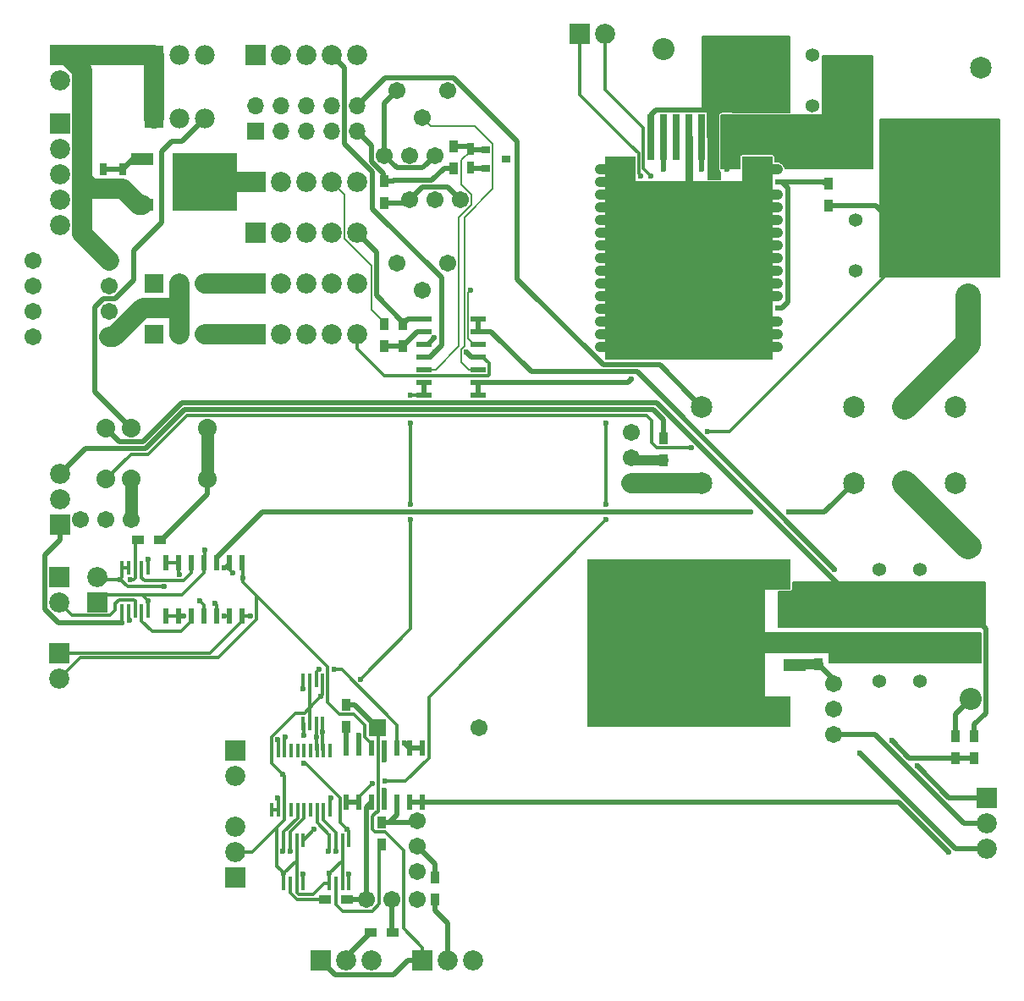
<source format=gbr>
G04 #@! TF.GenerationSoftware,KiCad,Pcbnew,(5.0.2)-1*
G04 #@! TF.CreationDate,2019-08-09T14:56:25+08:00*
G04 #@! TF.ProjectId,Version 4,56657273-696f-46e2-9034-2e6b69636164,rev?*
G04 #@! TF.SameCoordinates,Original*
G04 #@! TF.FileFunction,Copper,L1,Top*
G04 #@! TF.FilePolarity,Positive*
%FSLAX46Y46*%
G04 Gerber Fmt 4.6, Leading zero omitted, Abs format (unit mm)*
G04 Created by KiCad (PCBNEW (5.0.2)-1) date 08/09/19 14:56:25*
%MOMM*%
%LPD*%
G01*
G04 APERTURE LIST*
G04 #@! TA.AperFunction,SMDPad,CuDef*
%ADD10R,0.900000X1.200000*%
G04 #@! TD*
G04 #@! TA.AperFunction,SMDPad,CuDef*
%ADD11R,0.400000X1.350000*%
G04 #@! TD*
G04 #@! TA.AperFunction,SMDPad,CuDef*
%ADD12R,0.750000X1.200000*%
G04 #@! TD*
G04 #@! TA.AperFunction,ComponentPad*
%ADD13C,1.362000*%
G04 #@! TD*
G04 #@! TA.AperFunction,ComponentPad*
%ADD14C,2.162000*%
G04 #@! TD*
G04 #@! TA.AperFunction,ComponentPad*
%ADD15C,1.716000*%
G04 #@! TD*
G04 #@! TA.AperFunction,ComponentPad*
%ADD16R,1.716000X1.716000*%
G04 #@! TD*
G04 #@! TA.AperFunction,ComponentPad*
%ADD17C,2.016000*%
G04 #@! TD*
G04 #@! TA.AperFunction,ComponentPad*
%ADD18R,2.016000X2.016000*%
G04 #@! TD*
G04 #@! TA.AperFunction,ComponentPad*
%ADD19O,1.700000X1.700000*%
G04 #@! TD*
G04 #@! TA.AperFunction,ComponentPad*
%ADD20R,1.700000X1.700000*%
G04 #@! TD*
G04 #@! TA.AperFunction,ComponentPad*
%ADD21C,2.216000*%
G04 #@! TD*
G04 #@! TA.AperFunction,ComponentPad*
%ADD22R,2.216000X2.216000*%
G04 #@! TD*
G04 #@! TA.AperFunction,SMDPad,CuDef*
%ADD23R,4.250000X5.000000*%
G04 #@! TD*
G04 #@! TA.AperFunction,SMDPad,CuDef*
%ADD24R,3.050000X2.750000*%
G04 #@! TD*
G04 #@! TA.AperFunction,SMDPad,CuDef*
%ADD25R,6.400000X5.800000*%
G04 #@! TD*
G04 #@! TA.AperFunction,SMDPad,CuDef*
%ADD26R,2.200000X1.200000*%
G04 #@! TD*
G04 #@! TA.AperFunction,SMDPad,CuDef*
%ADD27R,1.200000X0.900000*%
G04 #@! TD*
G04 #@! TA.AperFunction,ComponentPad*
%ADD28C,1.862000*%
G04 #@! TD*
G04 #@! TA.AperFunction,ComponentPad*
%ADD29C,1.989000*%
G04 #@! TD*
G04 #@! TA.AperFunction,ComponentPad*
%ADD30R,1.989000X1.989000*%
G04 #@! TD*
G04 #@! TA.AperFunction,SMDPad,CuDef*
%ADD31R,1.500000X0.600000*%
G04 #@! TD*
G04 #@! TA.AperFunction,SMDPad,CuDef*
%ADD32R,5.250000X4.550000*%
G04 #@! TD*
G04 #@! TA.AperFunction,SMDPad,CuDef*
%ADD33R,10.800000X9.400000*%
G04 #@! TD*
G04 #@! TA.AperFunction,SMDPad,CuDef*
%ADD34R,0.800000X4.600000*%
G04 #@! TD*
G04 #@! TA.AperFunction,SMDPad,CuDef*
%ADD35R,0.450000X1.450000*%
G04 #@! TD*
G04 #@! TA.AperFunction,SMDPad,CuDef*
%ADD36R,0.600000X1.500000*%
G04 #@! TD*
G04 #@! TA.AperFunction,SMDPad,CuDef*
%ADD37R,0.900000X0.800000*%
G04 #@! TD*
G04 #@! TA.AperFunction,SMDPad,CuDef*
%ADD38R,3.048000X2.540000*%
G04 #@! TD*
G04 #@! TA.AperFunction,SMDPad,CuDef*
%ADD39R,16.764000X17.780000*%
G04 #@! TD*
G04 #@! TA.AperFunction,SMDPad,CuDef*
%ADD40R,17.780000X16.764000*%
G04 #@! TD*
G04 #@! TA.AperFunction,SMDPad,CuDef*
%ADD41R,2.540000X3.048000*%
G04 #@! TD*
G04 #@! TA.AperFunction,ViaPad*
%ADD42C,0.600000*%
G04 #@! TD*
G04 #@! TA.AperFunction,Conductor*
%ADD43C,0.508000*%
G04 #@! TD*
G04 #@! TA.AperFunction,Conductor*
%ADD44C,0.762000*%
G04 #@! TD*
G04 #@! TA.AperFunction,Conductor*
%ADD45C,1.016000*%
G04 #@! TD*
G04 #@! TA.AperFunction,Conductor*
%ADD46C,0.304800*%
G04 #@! TD*
G04 #@! TA.AperFunction,Conductor*
%ADD47C,2.032000*%
G04 #@! TD*
G04 #@! TA.AperFunction,Conductor*
%ADD48C,0.203200*%
G04 #@! TD*
G04 #@! TA.AperFunction,Conductor*
%ADD49C,1.270000*%
G04 #@! TD*
G04 #@! TA.AperFunction,Conductor*
%ADD50C,2.540000*%
G04 #@! TD*
G04 #@! TA.AperFunction,Conductor*
%ADD51C,0.152400*%
G04 #@! TD*
G04 APERTURE END LIST*
D10*
G04 #@! TO.P,R32,1*
G04 #@! TO.N,Net-(Q4-Pad3)*
X137350049Y-107128653D03*
G04 #@! TO.P,R32,2*
G04 #@! TO.N,Net-(R32-Pad2)*
X137350049Y-109328653D03*
G04 #@! TD*
D11*
G04 #@! TO.P,U15,10*
G04 #@! TO.N,/VCMod+5V*
X113938000Y-85947000D03*
G04 #@! TO.P,U15,9*
G04 #@! TO.N,Net-(U15-Pad9)*
X113288000Y-85947000D03*
G04 #@! TO.P,U15,8*
G04 #@! TO.N,/VoltageCurrentModifier/Vfb-*
X112638000Y-85947000D03*
G04 #@! TO.P,U15,7*
G04 #@! TO.N,GND*
X111988000Y-85947000D03*
G04 #@! TO.P,U15,4*
G04 #@! TO.N,/VCMod-5V*
X111988000Y-81647000D03*
G04 #@! TO.P,U15,3*
G04 #@! TO.N,Net-(R39-Pad2)*
X112638000Y-81647000D03*
G04 #@! TO.P,U15,2*
G04 #@! TO.N,Net-(U15-Pad2)*
X113288000Y-81647000D03*
G04 #@! TO.P,U15,1*
G04 #@! TO.N,Net-(R36-Pad2)*
X113938000Y-81647000D03*
G04 #@! TO.P,U15,5*
G04 #@! TO.N,/VCMod-5V*
X111338000Y-81647000D03*
G04 #@! TO.P,U15,6*
G04 #@! TO.N,/Vfb-Select*
X111338000Y-85947000D03*
G04 #@! TD*
D12*
G04 #@! TO.P,C14,2*
G04 #@! TO.N,GND*
X109474000Y-41788000D03*
G04 #@! TO.P,C14,1*
G04 #@! TO.N,+VDC*
X109474000Y-43688000D03*
G04 #@! TD*
G04 #@! TO.P,C15,2*
G04 #@! TO.N,GND*
X111379000Y-41788000D03*
G04 #@! TO.P,C15,1*
G04 #@! TO.N,+VDC*
X111379000Y-43688000D03*
G04 #@! TD*
G04 #@! TO.P,C28,1*
G04 #@! TO.N,Net-(C28-Pad1)*
X146196000Y-39728000D03*
G04 #@! TO.P,C28,2*
G04 #@! TO.N,GND*
X146196000Y-41628000D03*
G04 #@! TD*
D13*
G04 #@! TO.P,C31,2*
G04 #@! TO.N,GND*
X180430000Y-30330000D03*
G04 #@! TO.P,C31,1*
G04 #@! TO.N,Net-(C31-Pad1)*
X176930000Y-30330000D03*
G04 #@! TD*
G04 #@! TO.P,C32,1*
G04 #@! TO.N,Net-(C31-Pad1)*
X176930000Y-35410000D03*
G04 #@! TO.P,C32,2*
G04 #@! TO.N,GND*
X180430000Y-35410000D03*
G04 #@! TD*
G04 #@! TO.P,C34,1*
G04 #@! TO.N,/BuckVout*
X188205000Y-51920000D03*
G04 #@! TO.P,C34,2*
G04 #@! TO.N,GND*
X184705000Y-51920000D03*
G04 #@! TD*
G04 #@! TO.P,C35,2*
G04 #@! TO.N,GND*
X184705000Y-46840000D03*
G04 #@! TO.P,C35,1*
G04 #@! TO.N,/BuckVout*
X188205000Y-46840000D03*
G04 #@! TD*
G04 #@! TO.P,C50,1*
G04 #@! TO.N,Net-(C50-Pad1)*
X187090000Y-90401000D03*
G04 #@! TO.P,C50,2*
G04 #@! TO.N,GND*
X187090000Y-92941000D03*
G04 #@! TD*
G04 #@! TO.P,C51,2*
G04 #@! TO.N,GND*
X191154000Y-92941000D03*
G04 #@! TO.P,C51,1*
G04 #@! TO.N,Net-(C50-Pad1)*
X191154000Y-90401000D03*
G04 #@! TD*
G04 #@! TO.P,C52,1*
G04 #@! TO.N,/LinearVout*
X191154000Y-84305000D03*
G04 #@! TO.P,C52,2*
G04 #@! TO.N,GND*
X191154000Y-81765000D03*
G04 #@! TD*
G04 #@! TO.P,C53,2*
G04 #@! TO.N,GND*
X187090000Y-81765000D03*
G04 #@! TO.P,C53,1*
G04 #@! TO.N,/LinearVout*
X187090000Y-84305000D03*
G04 #@! TD*
D14*
G04 #@! TO.P,D3,1*
G04 #@! TO.N,Net-(C33-Pad1)*
X184650000Y-31600000D03*
G04 #@! TO.P,D3,2*
G04 #@! TO.N,GND*
X197250000Y-31600000D03*
G04 #@! TD*
D15*
G04 #@! TO.P,D4,2*
G04 #@! TO.N,GND*
X147070000Y-97649000D03*
D16*
G04 #@! TO.P,D4,1*
G04 #@! TO.N,Net-(D4-Pad1)*
X136910520Y-97646460D03*
G04 #@! TD*
D17*
G04 #@! TO.P,J1,2*
G04 #@! TO.N,GND*
X105156000Y-32893000D03*
D18*
G04 #@! TO.P,J1,1*
G04 #@! TO.N,+VDC*
X105156000Y-30353000D03*
G04 #@! TD*
D17*
G04 #@! TO.P,J2,5*
G04 #@! TO.N,GND*
X105156000Y-47348000D03*
G04 #@! TO.P,J2,4*
X105156000Y-44808000D03*
G04 #@! TO.P,J2,3*
X105156000Y-42268000D03*
G04 #@! TO.P,J2,2*
X105156000Y-39728000D03*
D18*
G04 #@! TO.P,J2,1*
X105156000Y-37188000D03*
G04 #@! TD*
G04 #@! TO.P,J3,1*
G04 #@! TO.N,+12V*
X124714000Y-30353000D03*
D17*
G04 #@! TO.P,J3,2*
X127254000Y-30353000D03*
G04 #@! TO.P,J3,3*
X129794000Y-30353000D03*
G04 #@! TO.P,J3,4*
X132334000Y-30353000D03*
G04 #@! TO.P,J3,5*
X134874000Y-30353000D03*
G04 #@! TD*
D19*
G04 #@! TO.P,J4,10*
G04 #@! TO.N,+5V*
X134874000Y-35433000D03*
G04 #@! TO.P,J4,9*
X134874000Y-37973000D03*
G04 #@! TO.P,J4,8*
X132334000Y-35433000D03*
G04 #@! TO.P,J4,7*
X132334000Y-37973000D03*
G04 #@! TO.P,J4,6*
X129794000Y-35433000D03*
G04 #@! TO.P,J4,5*
X129794000Y-37973000D03*
G04 #@! TO.P,J4,4*
X127254000Y-35433000D03*
G04 #@! TO.P,J4,3*
X127254000Y-37973000D03*
G04 #@! TO.P,J4,2*
X124714000Y-35433000D03*
D20*
G04 #@! TO.P,J4,1*
X124714000Y-37973000D03*
G04 #@! TD*
D18*
G04 #@! TO.P,J5,1*
G04 #@! TO.N,+3V3*
X124714000Y-43053000D03*
D17*
G04 #@! TO.P,J5,2*
X127254000Y-43053000D03*
G04 #@! TO.P,J5,3*
X129794000Y-43053000D03*
G04 #@! TO.P,J5,4*
X132334000Y-43053000D03*
G04 #@! TO.P,J5,5*
X134874000Y-43053000D03*
G04 #@! TD*
G04 #@! TO.P,J6,5*
G04 #@! TO.N,-12V*
X134874000Y-58293000D03*
G04 #@! TO.P,J6,4*
X132334000Y-58293000D03*
G04 #@! TO.P,J6,3*
X129794000Y-58293000D03*
G04 #@! TO.P,J6,2*
X127254000Y-58293000D03*
D18*
G04 #@! TO.P,J6,1*
X124714000Y-58293000D03*
G04 #@! TD*
G04 #@! TO.P,J7,1*
G04 #@! TO.N,-5V*
X124714000Y-53213000D03*
D17*
G04 #@! TO.P,J7,2*
X127254000Y-53213000D03*
G04 #@! TO.P,J7,3*
X129794000Y-53213000D03*
G04 #@! TO.P,J7,4*
X132334000Y-53213000D03*
G04 #@! TO.P,J7,5*
X134874000Y-53213000D03*
G04 #@! TD*
G04 #@! TO.P,J8,5*
G04 #@! TO.N,-3V3*
X134874000Y-48133000D03*
G04 #@! TO.P,J8,4*
X132334000Y-48133000D03*
G04 #@! TO.P,J8,3*
X129794000Y-48133000D03*
G04 #@! TO.P,J8,2*
X127254000Y-48133000D03*
D18*
G04 #@! TO.P,J8,1*
X124714000Y-48133000D03*
G04 #@! TD*
G04 #@! TO.P,J9,1*
G04 #@! TO.N,/Buck+5V*
X157118000Y-28171000D03*
D17*
G04 #@! TO.P,J9,2*
G04 #@! TO.N,/Buck-5V*
X159658000Y-28171000D03*
G04 #@! TD*
D21*
G04 #@! TO.P,J10,2*
G04 #@! TO.N,GND*
X165500000Y-29695000D03*
D22*
G04 #@! TO.P,J10,1*
G04 #@! TO.N,Net-(C31-Pad1)*
X170580000Y-29695000D03*
G04 #@! TD*
G04 #@! TO.P,J11,1*
G04 #@! TO.N,/BuckVout*
X195980000Y-49380000D03*
D21*
G04 #@! TO.P,J11,2*
G04 #@! TO.N,/BuckConverter/BuckOutputGND*
X195980000Y-54460000D03*
G04 #@! TD*
D17*
G04 #@! TO.P,J12,3*
G04 #@! TO.N,/DACCC-12V*
X122686000Y-107555000D03*
G04 #@! TO.P,J12,2*
G04 #@! TO.N,/DACCC+5V*
X122686000Y-110095000D03*
D18*
G04 #@! TO.P,J12,1*
G04 #@! TO.N,/DACCC+12V*
X122686000Y-112635000D03*
G04 #@! TD*
D17*
G04 #@! TO.P,J13,2*
G04 #@! TO.N,/I2C_SCL*
X122686000Y-102475000D03*
D18*
G04 #@! TO.P,J13,1*
G04 #@! TO.N,/I2C_SDA*
X122686000Y-99935000D03*
G04 #@! TD*
G04 #@! TO.P,J14,1*
G04 #@! TO.N,Net-(D4-Pad1)*
X131254049Y-120928653D03*
D17*
G04 #@! TO.P,J14,2*
G04 #@! TO.N,/DAC and Current Control/BuckDisable*
X133794049Y-120928653D03*
G04 #@! TO.P,J14,3*
G04 #@! TO.N,GND*
X136334049Y-120928653D03*
G04 #@! TD*
G04 #@! TO.P,J15,3*
G04 #@! TO.N,GND*
X146494049Y-120928653D03*
G04 #@! TO.P,J15,2*
G04 #@! TO.N,/DAC and Current Control/LinearDisable*
X143954049Y-120928653D03*
D18*
G04 #@! TO.P,J15,1*
G04 #@! TO.N,Net-(D4-Pad1)*
X141414049Y-120928653D03*
G04 #@! TD*
D17*
G04 #@! TO.P,J16,2*
G04 #@! TO.N,/VCMod-5V*
X108858000Y-82527000D03*
D18*
G04 #@! TO.P,J16,1*
G04 #@! TO.N,/VCMod+5V*
X108858000Y-85067000D03*
G04 #@! TD*
D17*
G04 #@! TO.P,J17,3*
G04 #@! TO.N,/CurrentSelect*
X105160000Y-72249000D03*
G04 #@! TO.P,J17,2*
G04 #@! TO.N,/VoltageSelect*
X105160000Y-74789000D03*
D18*
G04 #@! TO.P,J17,1*
G04 #@! TO.N,/Vfb-Select*
X105160000Y-77329000D03*
G04 #@! TD*
G04 #@! TO.P,J18,1*
G04 #@! TO.N,/VoltageADC*
X105048000Y-90147000D03*
D17*
G04 #@! TO.P,J18,2*
G04 #@! TO.N,/CurrentADC*
X105048000Y-92687000D03*
G04 #@! TD*
D18*
G04 #@! TO.P,J19,1*
G04 #@! TO.N,/VoltageCurrentModifier/Vfb+*
X105048000Y-82527000D03*
D17*
G04 #@! TO.P,J19,2*
G04 #@! TO.N,/VoltageCurrentModifier/Vfb-*
X105048000Y-85067000D03*
G04 #@! TD*
D18*
G04 #@! TO.P,J20,1*
G04 #@! TO.N,/Linear+5V*
X197885000Y-104625000D03*
D17*
G04 #@! TO.P,J20,2*
G04 #@! TO.N,/Linear-3V3*
X197885000Y-107165000D03*
G04 #@! TO.P,J20,3*
G04 #@! TO.N,/Linear-5V*
X197885000Y-109705000D03*
G04 #@! TD*
D21*
G04 #@! TO.P,J21,2*
G04 #@! TO.N,GND*
X196234000Y-94719000D03*
D22*
G04 #@! TO.P,J21,1*
G04 #@! TO.N,Net-(C50-Pad1)*
X196234000Y-89639000D03*
G04 #@! TD*
G04 #@! TO.P,J22,1*
G04 #@! TO.N,/LinearVout*
X196234000Y-84559000D03*
D21*
G04 #@! TO.P,J22,2*
G04 #@! TO.N,/LinearRegulator/LinearOutputGND*
X196234000Y-79479000D03*
G04 #@! TD*
D23*
G04 #@! TO.P,L1,1*
G04 #@! TO.N,Net-(C33-Pad1)*
X183640000Y-39220000D03*
G04 #@! TO.P,L1,2*
G04 #@! TO.N,/BuckVout*
X196890000Y-39220000D03*
G04 #@! TD*
D15*
G04 #@! TO.P,POT1,1*
G04 #@! TO.N,Net-(POT1-Pad1)*
X143910000Y-33886000D03*
G04 #@! TO.P,POT1,2*
G04 #@! TO.N,Net-(POT1-Pad2)*
X141370000Y-36553000D03*
G04 #@! TO.P,POT1,3*
G04 #@! TO.N,Net-(C26-Pad1)*
X138830000Y-33886000D03*
G04 #@! TD*
G04 #@! TO.P,POT2,3*
G04 #@! TO.N,Net-(POT2-Pad3)*
X138830000Y-51158000D03*
G04 #@! TO.P,POT2,2*
G04 #@! TO.N,Net-(POT2-Pad2)*
X141370000Y-53825000D03*
G04 #@! TO.P,POT2,1*
G04 #@! TO.N,Net-(POT2-Pad1)*
X143910000Y-51158000D03*
G04 #@! TD*
G04 #@! TO.P,Q1,1*
G04 #@! TO.N,GND*
X107192000Y-76821000D03*
G04 #@! TO.P,Q1,3*
G04 #@! TO.N,Net-(D2-Pad2)*
X112272000Y-76821000D03*
G04 #@! TO.P,Q1,2*
G04 #@! TO.N,Net-(Q1-Pad2)*
X109732000Y-76821000D03*
G04 #@! TD*
G04 #@! TO.P,Q2,1*
G04 #@! TO.N,GND*
X162325000Y-68049000D03*
G04 #@! TO.P,Q2,3*
G04 #@! TO.N,Net-(D1-Pad2)*
X162325000Y-73129000D03*
G04 #@! TO.P,Q2,2*
G04 #@! TO.N,Net-(Q2-Pad2)*
X162325000Y-70589000D03*
G04 #@! TD*
G04 #@! TO.P,Q3,1*
G04 #@! TO.N,GND*
X140906049Y-114832653D03*
G04 #@! TO.P,Q3,3*
G04 #@! TO.N,Net-(Q3-Pad3)*
X135826049Y-114832653D03*
G04 #@! TO.P,Q3,2*
G04 #@! TO.N,Net-(Q3-Pad2)*
X138366049Y-114832653D03*
G04 #@! TD*
G04 #@! TO.P,Q4,2*
G04 #@! TO.N,Net-(Q4-Pad2)*
X140906049Y-109498653D03*
G04 #@! TO.P,Q4,3*
G04 #@! TO.N,Net-(Q4-Pad3)*
X140906049Y-106958653D03*
G04 #@! TO.P,Q4,1*
G04 #@! TO.N,GND*
X140906049Y-112038653D03*
G04 #@! TD*
G04 #@! TO.P,Q5,1*
G04 #@! TO.N,/Linear-3V3*
X182518000Y-98275000D03*
G04 #@! TO.P,Q5,3*
G04 #@! TO.N,Net-(Q5-Pad3)*
X182518000Y-93195000D03*
G04 #@! TO.P,Q5,2*
G04 #@! TO.N,Net-(Q5-Pad2)*
X182518000Y-95735000D03*
G04 #@! TD*
D24*
G04 #@! TO.P,Q6,2*
G04 #@! TO.N,Net-(C50-Pad1)*
X173965000Y-87606000D03*
X170615000Y-90656000D03*
X173965000Y-90656000D03*
X170615000Y-87606000D03*
D25*
X172290000Y-89131000D03*
D26*
G04 #@! TO.P,Q6,3*
G04 #@! TO.N,/LinearVout*
X178590000Y-86851000D03*
G04 #@! TO.P,Q6,2*
G04 #@! TO.N,Net-(C50-Pad1)*
X178590000Y-89131000D03*
G04 #@! TO.P,Q6,1*
G04 #@! TO.N,Net-(Q5-Pad3)*
X178590000Y-91411000D03*
G04 #@! TD*
D10*
G04 #@! TO.P,R1,2*
G04 #@! TO.N,/CurrentSelect*
X165500000Y-68684000D03*
G04 #@! TO.P,R1,1*
G04 #@! TO.N,Net-(Q2-Pad2)*
X165500000Y-70884000D03*
G04 #@! TD*
G04 #@! TO.P,R3,2*
G04 #@! TO.N,+3V3*
X137560000Y-57213000D03*
G04 #@! TO.P,R3,1*
G04 #@! TO.N,Net-(R3-Pad1)*
X137560000Y-59413000D03*
G04 #@! TD*
G04 #@! TO.P,R4,2*
G04 #@! TO.N,Net-(R3-Pad1)*
X139465000Y-59413000D03*
G04 #@! TO.P,R4,1*
G04 #@! TO.N,-3V3*
X139465000Y-57213000D03*
G04 #@! TD*
G04 #@! TO.P,R5,1*
G04 #@! TO.N,+5V*
X144545000Y-41633000D03*
G04 #@! TO.P,R5,2*
G04 #@! TO.N,Net-(C28-Pad1)*
X144545000Y-39433000D03*
G04 #@! TD*
G04 #@! TO.P,R8,1*
G04 #@! TO.N,+5V*
X137560000Y-42903000D03*
G04 #@! TO.P,R8,2*
G04 #@! TO.N,Net-(C27-Pad1)*
X137560000Y-45103000D03*
G04 #@! TD*
G04 #@! TO.P,R11,2*
G04 #@! TO.N,/BuckConverter/Buck1V2fb*
X182010000Y-43200000D03*
G04 #@! TO.P,R11,1*
G04 #@! TO.N,/BuckVout*
X182010000Y-45400000D03*
G04 #@! TD*
G04 #@! TO.P,R25,1*
G04 #@! TO.N,Net-(D4-Pad1)*
X133794049Y-95360653D03*
G04 #@! TO.P,R25,2*
G04 #@! TO.N,Net-(R25-Pad2)*
X133794049Y-97560653D03*
G04 #@! TD*
D27*
G04 #@! TO.P,R28,1*
G04 #@! TO.N,Net-(Q3-Pad3)*
X133878049Y-114832653D03*
G04 #@! TO.P,R28,2*
G04 #@! TO.N,Net-(R28-Pad2)*
X131678049Y-114832653D03*
G04 #@! TD*
G04 #@! TO.P,R29,1*
G04 #@! TO.N,Net-(Q3-Pad2)*
X138450049Y-118134653D03*
G04 #@! TO.P,R29,2*
G04 #@! TO.N,/DAC and Current Control/BuckDisable*
X136250049Y-118134653D03*
G04 #@! TD*
D10*
G04 #@! TO.P,R33,2*
G04 #@! TO.N,/DAC and Current Control/LinearDisable*
X142684049Y-114832653D03*
G04 #@! TO.P,R33,1*
G04 #@! TO.N,Net-(Q4-Pad2)*
X142684049Y-112632653D03*
G04 #@! TD*
D27*
G04 #@! TO.P,R39,2*
G04 #@! TO.N,Net-(R39-Pad2)*
X112950000Y-78853000D03*
G04 #@! TO.P,R39,1*
G04 #@! TO.N,/VoltageCurrentModifier/V-Output*
X115150000Y-78853000D03*
G04 #@! TD*
D10*
G04 #@! TO.P,R58,2*
G04 #@! TO.N,Net-(Q5-Pad3)*
X180994000Y-91247000D03*
G04 #@! TO.P,R58,1*
G04 #@! TO.N,Net-(C50-Pad1)*
X180994000Y-89047000D03*
G04 #@! TD*
G04 #@! TO.P,R59,1*
G04 #@! TO.N,/LinearVout*
X196615000Y-98445000D03*
G04 #@! TO.P,R59,2*
G04 #@! TO.N,Net-(R59-Pad2)*
X196615000Y-100645000D03*
G04 #@! TD*
G04 #@! TO.P,R60,2*
G04 #@! TO.N,GND*
X194710000Y-98445000D03*
G04 #@! TO.P,R60,1*
G04 #@! TO.N,Net-(R59-Pad2)*
X194710000Y-100645000D03*
G04 #@! TD*
D14*
G04 #@! TO.P,RLY1,Coil+*
G04 #@! TO.N,+5V*
X169310000Y-65509000D03*
G04 #@! TO.P,RLY1,Coil-*
G04 #@! TO.N,Net-(D1-Pad2)*
X169310000Y-73129000D03*
G04 #@! TO.P,RLY1,COM2*
G04 #@! TO.N,/LinearRegulator/LinearOutputGND*
X189630000Y-73129000D03*
G04 #@! TO.P,RLY1,NC2*
G04 #@! TO.N,/OutputGND*
X184550000Y-73129000D03*
G04 #@! TO.P,RLY1,NO2*
G04 #@! TO.N,GND*
X194710000Y-73129000D03*
G04 #@! TO.P,RLY1,NO1*
G04 #@! TO.N,/OutputGND*
X194710000Y-65509000D03*
G04 #@! TO.P,RLY1,COM1*
G04 #@! TO.N,/BuckConverter/BuckOutputGND*
X189630000Y-65509000D03*
G04 #@! TO.P,RLY1,NC1*
G04 #@! TO.N,GND*
X184550000Y-65509000D03*
G04 #@! TD*
D28*
G04 #@! TO.P,RLY2,NC*
G04 #@! TO.N,/LinearVout*
X109732000Y-67677000D03*
G04 #@! TO.P,RLY2,NO*
G04 #@! TO.N,/BuckVout*
X109732000Y-72757000D03*
G04 #@! TO.P,RLY2,Coil-*
G04 #@! TO.N,Net-(D2-Pad2)*
X112272000Y-72757000D03*
G04 #@! TO.P,RLY2,Coil+*
G04 #@! TO.N,+5V*
X112272000Y-67677000D03*
G04 #@! TO.P,RLY2,COM*
G04 #@! TO.N,/VoltageCurrentModifier/V-Output*
X119892000Y-67677000D03*
X119892000Y-72757000D03*
G04 #@! TD*
D15*
G04 #@! TO.P,U1,8*
G04 #@! TO.N,+VDC*
X110046798Y-50915528D03*
G04 #@! TO.P,U1,7*
G04 #@! TO.N,Net-(U1-Pad7)*
X110046798Y-53455528D03*
G04 #@! TO.P,U1,6*
G04 #@! TO.N,GND*
X110046798Y-55995528D03*
G04 #@! TO.P,U1,5*
G04 #@! TO.N,-VDC*
X110046798Y-58535528D03*
G04 #@! TO.P,U1,4*
G04 #@! TO.N,Net-(C3-Pad2)*
X102426798Y-58535528D03*
G04 #@! TO.P,U1,3*
G04 #@! TO.N,GND*
X102426798Y-55995528D03*
G04 #@! TO.P,U1,2*
G04 #@! TO.N,Net-(C3-Pad1)*
X102426798Y-53455528D03*
G04 #@! TO.P,U1,1*
G04 #@! TO.N,Net-(U1-Pad1)*
X102426798Y-50915528D03*
G04 #@! TD*
D29*
G04 #@! TO.P,U2,3*
G04 #@! TO.N,+5V*
X119634000Y-36703000D03*
D30*
G04 #@! TO.P,U2,1*
G04 #@! TO.N,+VDC*
X114554000Y-36703000D03*
D29*
G04 #@! TO.P,U2,2*
G04 #@! TO.N,GND*
X117094000Y-36703000D03*
G04 #@! TD*
G04 #@! TO.P,U3,2*
G04 #@! TO.N,-VDC*
X117094000Y-53213000D03*
D30*
G04 #@! TO.P,U3,1*
G04 #@! TO.N,GND*
X114554000Y-53213000D03*
D29*
G04 #@! TO.P,U3,3*
G04 #@! TO.N,-5V*
X119634000Y-53213000D03*
G04 #@! TD*
D24*
G04 #@! TO.P,U4,2*
G04 #@! TO.N,+3V3*
X117959000Y-44578000D03*
X121309000Y-41528000D03*
X117959000Y-41528000D03*
X121309000Y-44578000D03*
D25*
X119634000Y-43053000D03*
D26*
G04 #@! TO.P,U4,3*
G04 #@! TO.N,+VDC*
X113334000Y-45333000D03*
G04 #@! TO.P,U4,1*
G04 #@! TO.N,GND*
X113334000Y-40773000D03*
G04 #@! TD*
D31*
G04 #@! TO.P,U5,1*
G04 #@! TO.N,-3V3*
X141575001Y-56708001D03*
G04 #@! TO.P,U5,2*
G04 #@! TO.N,Net-(R3-Pad1)*
X141575001Y-57978001D03*
G04 #@! TO.P,U5,3*
G04 #@! TO.N,GND*
X141575001Y-59248001D03*
G04 #@! TO.P,U5,4*
G04 #@! TO.N,+12V*
X141575001Y-60518001D03*
G04 #@! TO.P,U5,5*
G04 #@! TO.N,Net-(C28-Pad1)*
X141575001Y-61788001D03*
G04 #@! TO.P,U5,6*
G04 #@! TO.N,/+4.096Vref*
X141575001Y-63058001D03*
G04 #@! TO.P,U5,7*
X141575001Y-64328001D03*
G04 #@! TO.P,U5,8*
G04 #@! TO.N,/BuckOffset*
X146975001Y-64328001D03*
G04 #@! TO.P,U5,9*
X146975001Y-63058001D03*
G04 #@! TO.P,U5,10*
G04 #@! TO.N,Net-(POT1-Pad2)*
X146975001Y-61788001D03*
G04 #@! TO.P,U5,11*
G04 #@! TO.N,-12V*
X146975001Y-60518001D03*
G04 #@! TO.P,U5,12*
G04 #@! TO.N,Net-(POT2-Pad2)*
X146975001Y-59248001D03*
G04 #@! TO.P,U5,13*
G04 #@! TO.N,/LinearOffset*
X146975001Y-57978001D03*
G04 #@! TO.P,U5,14*
X146975001Y-56708001D03*
G04 #@! TD*
D29*
G04 #@! TO.P,U6,3*
G04 #@! TO.N,+12V*
X119634000Y-30353000D03*
D30*
G04 #@! TO.P,U6,1*
G04 #@! TO.N,+VDC*
X114554000Y-30353000D03*
D29*
G04 #@! TO.P,U6,2*
G04 #@! TO.N,GND*
X117094000Y-30353000D03*
G04 #@! TD*
G04 #@! TO.P,U7,2*
G04 #@! TO.N,-VDC*
X117094000Y-58293000D03*
D30*
G04 #@! TO.P,U7,1*
G04 #@! TO.N,GND*
X114554000Y-58293000D03*
D29*
G04 #@! TO.P,U7,3*
G04 #@! TO.N,-12V*
X119634000Y-58293000D03*
G04 #@! TD*
D32*
G04 #@! TO.P,U8,4*
G04 #@! TO.N,GND*
X165265000Y-45250000D03*
X170815000Y-50100000D03*
X170815000Y-45250000D03*
X165265000Y-50100000D03*
D33*
X168040000Y-47675000D03*
D34*
G04 #@! TO.P,U8,7*
G04 #@! TO.N,Net-(C31-Pad1)*
X164230000Y-38525000D03*
G04 #@! TO.P,U8,6*
G04 #@! TO.N,/BuckConverter/Buck1V2fb*
X165500000Y-38525000D03*
G04 #@! TO.P,U8,5*
G04 #@! TO.N,N/C*
X166770000Y-38525000D03*
G04 #@! TO.P,U8,4*
G04 #@! TO.N,GND*
X168040000Y-38525000D03*
G04 #@! TO.P,U8,3*
G04 #@! TO.N,Net-(C33-Pad2)*
X169310000Y-38525000D03*
G04 #@! TO.P,U8,2*
G04 #@! TO.N,Net-(C31-Pad1)*
X170580000Y-38525000D03*
G04 #@! TO.P,U8,1*
G04 #@! TO.N,Net-(C33-Pad1)*
X171850000Y-38525000D03*
G04 #@! TD*
D35*
G04 #@! TO.P,U10,20*
G04 #@! TO.N,/DACCC+5V*
X126297049Y-99944653D03*
G04 #@! TO.P,U10,19*
G04 #@! TO.N,/I2C_SDA*
X126947049Y-99944653D03*
G04 #@! TO.P,U10,18*
G04 #@! TO.N,/I2C_SCL*
X127597049Y-99944653D03*
G04 #@! TO.P,U10,17*
G04 #@! TO.N,Net-(U10-Pad17)*
X128247049Y-99944653D03*
G04 #@! TO.P,U10,16*
G04 #@! TO.N,Net-(U10-Pad16)*
X128897049Y-99944653D03*
G04 #@! TO.P,U10,15*
G04 #@! TO.N,Net-(U10-Pad15)*
X129547049Y-99944653D03*
G04 #@! TO.P,U10,14*
G04 #@! TO.N,Net-(U10-Pad14)*
X130197049Y-99944653D03*
G04 #@! TO.P,U10,13*
G04 #@! TO.N,/DAC and Current Control/Iset_SCL*
X130847049Y-99944653D03*
G04 #@! TO.P,U10,12*
G04 #@! TO.N,/DAC and Current Control/Iset_SDA*
X131497049Y-99944653D03*
G04 #@! TO.P,U10,11*
G04 #@! TO.N,Net-(U10-Pad11)*
X132147049Y-99944653D03*
G04 #@! TO.P,U10,10*
G04 #@! TO.N,GND*
X132147049Y-105844653D03*
G04 #@! TO.P,U10,9*
G04 #@! TO.N,/DAC and Current Control/Linear_SCL*
X131497049Y-105844653D03*
G04 #@! TO.P,U10,8*
G04 #@! TO.N,/DAC and Current Control/Linear_SDA*
X130847049Y-105844653D03*
G04 #@! TO.P,U10,7*
G04 #@! TO.N,Net-(U10-Pad7)*
X130197049Y-105844653D03*
G04 #@! TO.P,U10,6*
G04 #@! TO.N,/DAC and Current Control/Buck_SCL*
X129547049Y-105844653D03*
G04 #@! TO.P,U10,5*
G04 #@! TO.N,/DAC and Current Control/Buck_SDA*
X128897049Y-105844653D03*
G04 #@! TO.P,U10,4*
G04 #@! TO.N,Net-(U10-Pad4)*
X128247049Y-105844653D03*
G04 #@! TO.P,U10,3*
G04 #@! TO.N,/DACCC+5V*
X127597049Y-105844653D03*
G04 #@! TO.P,U10,2*
G04 #@! TO.N,GND*
X126947049Y-105844653D03*
G04 #@! TO.P,U10,1*
X126297049Y-105844653D03*
G04 #@! TD*
D11*
G04 #@! TO.P,U11,1*
G04 #@! TO.N,/+4.096Vref*
X129476049Y-108872653D03*
G04 #@! TO.P,U11,2*
G04 #@! TO.N,/DACCC+5V*
X128826049Y-108872653D03*
G04 #@! TO.P,U11,3*
G04 #@! TO.N,/DAC and Current Control/Buck_SCL*
X128176049Y-108872653D03*
G04 #@! TO.P,U11,4*
G04 #@! TO.N,/DAC and Current Control/Buck_SDA*
X127526049Y-108872653D03*
G04 #@! TO.P,U11,5*
G04 #@! TO.N,/DACCC+5V*
X127526049Y-113172653D03*
G04 #@! TO.P,U11,6*
G04 #@! TO.N,Net-(R28-Pad2)*
X128176049Y-113172653D03*
G04 #@! TO.P,U11,7*
G04 #@! TO.N,/DACCC+5V*
X128826049Y-113172653D03*
G04 #@! TO.P,U11,8*
G04 #@! TO.N,GND*
X129476049Y-113172653D03*
G04 #@! TD*
G04 #@! TO.P,U12,8*
G04 #@! TO.N,GND*
X134048049Y-113172653D03*
G04 #@! TO.P,U12,7*
G04 #@! TO.N,/DACCC+5V*
X133398049Y-113172653D03*
G04 #@! TO.P,U12,6*
G04 #@! TO.N,Net-(R32-Pad2)*
X132748049Y-113172653D03*
G04 #@! TO.P,U12,5*
G04 #@! TO.N,/DACCC+5V*
X132098049Y-113172653D03*
G04 #@! TO.P,U12,4*
G04 #@! TO.N,/DAC and Current Control/Linear_SDA*
X132098049Y-108872653D03*
G04 #@! TO.P,U12,3*
G04 #@! TO.N,/DAC and Current Control/Linear_SCL*
X132748049Y-108872653D03*
G04 #@! TO.P,U12,2*
G04 #@! TO.N,/DACCC+5V*
X133398049Y-108872653D03*
G04 #@! TO.P,U12,1*
G04 #@! TO.N,/+4.096Vref*
X134048049Y-108872653D03*
G04 #@! TD*
G04 #@! TO.P,U13,8*
G04 #@! TO.N,GND*
X129476049Y-92870653D03*
G04 #@! TO.P,U13,7*
G04 #@! TO.N,/DACCC+5V*
X130126049Y-92870653D03*
G04 #@! TO.P,U13,6*
G04 #@! TO.N,Net-(U13-Pad6)*
X130776049Y-92870653D03*
G04 #@! TO.P,U13,5*
G04 #@! TO.N,/DACCC+5V*
X131426049Y-92870653D03*
G04 #@! TO.P,U13,4*
G04 #@! TO.N,/DAC and Current Control/Iset_SDA*
X131426049Y-97170653D03*
G04 #@! TO.P,U13,3*
G04 #@! TO.N,/DAC and Current Control/Iset_SCL*
X130776049Y-97170653D03*
G04 #@! TO.P,U13,2*
G04 #@! TO.N,/DACCC+5V*
X130126049Y-97170653D03*
G04 #@! TO.P,U13,1*
G04 #@! TO.N,/+4.096Vref*
X129476049Y-97170653D03*
G04 #@! TD*
D36*
G04 #@! TO.P,U14,14*
G04 #@! TO.N,Net-(R25-Pad2)*
X133794049Y-99686653D03*
G04 #@! TO.P,U14,13*
G04 #@! TO.N,/DAC and Current Control/IsetDACBuffered*
X135064049Y-99686653D03*
G04 #@! TO.P,U14,12*
G04 #@! TO.N,/CurrentADC*
X136334049Y-99686653D03*
G04 #@! TO.P,U14,11*
G04 #@! TO.N,/DACCC-12V*
X137604049Y-99686653D03*
G04 #@! TO.P,U14,10*
G04 #@! TO.N,Net-(U13-Pad6)*
X138874049Y-99686653D03*
G04 #@! TO.P,U14,9*
G04 #@! TO.N,/DAC and Current Control/IsetDACBuffered*
X140144049Y-99686653D03*
G04 #@! TO.P,U14,8*
X141414049Y-99686653D03*
G04 #@! TO.P,U14,7*
G04 #@! TO.N,/Linear_DAC*
X141414049Y-105086653D03*
G04 #@! TO.P,U14,6*
X140144049Y-105086653D03*
G04 #@! TO.P,U14,5*
G04 #@! TO.N,Net-(Q4-Pad3)*
X138874049Y-105086653D03*
G04 #@! TO.P,U14,4*
G04 #@! TO.N,/DACCC+12V*
X137604049Y-105086653D03*
G04 #@! TO.P,U14,3*
G04 #@! TO.N,Net-(Q3-Pad3)*
X136334049Y-105086653D03*
G04 #@! TO.P,U14,2*
G04 #@! TO.N,/Buck_DAC*
X135064049Y-105086653D03*
G04 #@! TO.P,U14,1*
X133794049Y-105086653D03*
G04 #@! TD*
G04 #@! TO.P,U16,14*
G04 #@! TO.N,/VoltageADC*
X123336000Y-86497000D03*
G04 #@! TO.P,U16,13*
G04 #@! TO.N,Net-(R44-Pad1)*
X122066000Y-86497000D03*
G04 #@! TO.P,U16,12*
G04 #@! TO.N,Net-(R42-Pad1)*
X120796000Y-86497000D03*
G04 #@! TO.P,U16,11*
G04 #@! TO.N,/VCMod-5V*
X119526000Y-86497000D03*
G04 #@! TO.P,U16,10*
G04 #@! TO.N,Net-(U15-Pad9)*
X118256000Y-86497000D03*
G04 #@! TO.P,U16,9*
G04 #@! TO.N,Net-(R44-Pad2)*
X116986000Y-86497000D03*
G04 #@! TO.P,U16,8*
X115716000Y-86497000D03*
G04 #@! TO.P,U16,7*
G04 #@! TO.N,Net-(R42-Pad2)*
X115716000Y-81097000D03*
G04 #@! TO.P,U16,6*
X116986000Y-81097000D03*
G04 #@! TO.P,U16,5*
G04 #@! TO.N,Net-(U15-Pad2)*
X118256000Y-81097000D03*
G04 #@! TO.P,U16,4*
G04 #@! TO.N,/VCMod+5V*
X119526000Y-81097000D03*
G04 #@! TO.P,U16,3*
G04 #@! TO.N,/OutputGND*
X120796000Y-81097000D03*
G04 #@! TO.P,U16,2*
G04 #@! TO.N,Net-(R48-Pad2)*
X122066000Y-81097000D03*
G04 #@! TO.P,U16,1*
G04 #@! TO.N,/CurrentADC*
X123336000Y-81097000D03*
G04 #@! TD*
D37*
G04 #@! TO.P,Vref1,3*
G04 #@! TO.N,N/C*
X149736000Y-40744000D03*
G04 #@! TO.P,Vref1,2*
G04 #@! TO.N,GND*
X147736000Y-41694000D03*
G04 #@! TO.P,Vref1,1*
G04 #@! TO.N,Net-(C28-Pad1)*
X147736000Y-39794000D03*
G04 #@! TD*
D15*
G04 #@! TO.P,Vref2,2*
G04 #@! TO.N,GND*
X140100000Y-40363000D03*
G04 #@! TO.P,Vref2,3*
G04 #@! TO.N,Net-(C26-Pad1)*
X137560000Y-40363000D03*
G04 #@! TO.P,Vref2,1*
X142640000Y-40363000D03*
G04 #@! TD*
G04 #@! TO.P,Vref3,2*
G04 #@! TO.N,GND*
X142640000Y-44808000D03*
G04 #@! TO.P,Vref3,3*
G04 #@! TO.N,Net-(C27-Pad1)*
X145180000Y-44808000D03*
G04 #@! TO.P,Vref3,1*
X140100000Y-44808000D03*
G04 #@! TD*
D38*
G04 #@! TO.P,HS1,1*
G04 #@! TO.N,GND*
X161182000Y-41760000D03*
X174898000Y-41760000D03*
D39*
X168040000Y-51920000D03*
G04 #@! TD*
D40*
G04 #@! TO.P,HS2,1*
G04 #@! TO.N,Net-(C50-Pad1)*
X166770000Y-89131000D03*
D41*
X176930000Y-95989000D03*
X176930000Y-82273000D03*
G04 #@! TD*
D42*
G04 #@! TO.N,GND*
X159150000Y-44300000D03*
X159150000Y-45570000D03*
X159150000Y-46840000D03*
X159150000Y-48110000D03*
X159150000Y-49380000D03*
X159150000Y-50650000D03*
X159150000Y-51920000D03*
X159150000Y-53190000D03*
X159150000Y-54460000D03*
X159150000Y-55730000D03*
X159150000Y-57000000D03*
X159150000Y-58270000D03*
X159150000Y-59540000D03*
X176930000Y-59540000D03*
X176930000Y-58270000D03*
X176930000Y-57000000D03*
X176930000Y-54460000D03*
X176930000Y-51920000D03*
X176930000Y-50650000D03*
X176930000Y-49380000D03*
X176930000Y-48110000D03*
X176930000Y-46840000D03*
X176930000Y-45570000D03*
X176930000Y-44300000D03*
X176930000Y-41760000D03*
X113594000Y-40513000D03*
X142599704Y-58637453D03*
X159150000Y-41760000D03*
X159150000Y-43030000D03*
X176930000Y-53190000D03*
X147085000Y-41694000D03*
X112085105Y-86905077D03*
X129476049Y-112292653D03*
X134048049Y-112292653D03*
X126936049Y-104672653D03*
X132270049Y-104672653D03*
X129476049Y-93750653D03*
G04 #@! TO.N,+12V*
X142640000Y-60048000D03*
G04 #@! TO.N,-12V*
X145815000Y-60048000D03*
G04 #@! TO.N,Net-(C33-Pad2)*
X169310000Y-41760000D03*
G04 #@! TO.N,Net-(C33-Pad1)*
X171850000Y-41760000D03*
G04 #@! TO.N,/BuckVout*
X169906249Y-67994594D03*
X168287499Y-69573501D03*
G04 #@! TO.N,/I2C_SCL*
X127698049Y-98576653D03*
G04 #@! TO.N,/I2C_SDA*
X126936049Y-98830653D03*
G04 #@! TO.N,/Vfb-Select*
X111338000Y-87099000D03*
G04 #@! TO.N,/VoltageADC*
X124210000Y-86473000D03*
G04 #@! TO.N,/CurrentADC*
X123448000Y-82663000D03*
G04 #@! TO.N,Net-(POT2-Pad2)*
X146196000Y-53825000D03*
G04 #@! TO.N,/BuckConverter/Buck1V2fb*
X176930000Y-43030000D03*
X165500000Y-41760000D03*
X176930000Y-55603000D03*
G04 #@! TO.N,/BuckOffset*
X162325000Y-62715000D03*
G04 #@! TO.N,/Buck_DAC*
X159770000Y-67169000D03*
X159770000Y-75297000D03*
X159770000Y-76821000D03*
X137672000Y-102983000D03*
X136394448Y-103237000D03*
G04 #@! TO.N,/DAC and Current Control/Buck_SDA*
X127444049Y-110006653D03*
G04 #@! TO.N,/DAC and Current Control/Buck_SCL*
X128206049Y-110006653D03*
G04 #@! TO.N,/DAC and Current Control/Linear_SDA*
X132016049Y-110006653D03*
G04 #@! TO.N,/DAC and Current Control/Linear_SCL*
X132778049Y-110006653D03*
G04 #@! TO.N,/DAC and Current Control/Iset_SDA*
X131426049Y-98068653D03*
G04 #@! TO.N,/DAC and Current Control/Iset_SCL*
X130776049Y-98576653D03*
G04 #@! TO.N,Net-(R36-Pad2)*
X113938000Y-80749000D03*
G04 #@! TO.N,Net-(R39-Pad2)*
X112160000Y-82781000D03*
G04 #@! TO.N,Net-(R42-Pad2)*
X117098000Y-82312200D03*
G04 #@! TO.N,Net-(R42-Pad1)*
X120654000Y-85203000D03*
G04 #@! TO.N,Net-(R44-Pad2)*
X117503598Y-86473000D03*
G04 #@! TO.N,Net-(R44-Pad1)*
X121548402Y-86473000D03*
G04 #@! TO.N,/OutputGND*
X174248000Y-76059000D03*
X178058000Y-76059000D03*
G04 #@! TO.N,Net-(R48-Pad2)*
X122432000Y-82155000D03*
X121548402Y-81647000D03*
G04 #@! TO.N,/LinearOffset*
X182645000Y-81765000D03*
G04 #@! TO.N,/Linear_DAC*
X194060000Y-110095000D03*
G04 #@! TO.N,Net-(R59-Pad2)*
X188360000Y-98910000D03*
G04 #@! TO.N,/+4.096Vref*
X130560000Y-107809000D03*
X133862000Y-107809000D03*
X129544000Y-101205000D03*
X129544000Y-98411000D03*
X140212000Y-64375000D03*
X140212000Y-67169000D03*
X140212000Y-75297000D03*
X140212000Y-76821000D03*
X135169510Y-92785490D03*
G04 #@! TO.N,Net-(U13-Pad6)*
X131055629Y-91776578D03*
X132592000Y-91807000D03*
G04 #@! TO.N,/DAC and Current Control/IsetDACBuffered*
X135035200Y-98411000D03*
X139626451Y-99173000D03*
G04 #@! TO.N,/Buck-5V*
X164230000Y-42395000D03*
G04 #@! TO.N,/DACCC+5V*
X127526049Y-112192853D03*
X132098049Y-112192853D03*
X127444049Y-102300653D03*
X131254049Y-94512653D03*
G04 #@! TO.N,/DACCC+12V*
X137604049Y-103910653D03*
G04 #@! TO.N,/DACCC-12V*
X137604049Y-100862653D03*
G04 #@! TO.N,/VCMod+5V*
X113938000Y-84967200D03*
X119638000Y-79869000D03*
G04 #@! TO.N,/VCMod-5V*
X111144000Y-82781000D03*
X119130000Y-84949000D03*
X115574000Y-83521800D03*
G04 #@! TO.N,/Buck+5V*
X163214000Y-42395000D03*
G04 #@! TO.N,/Linear+5V*
X190900000Y-101450000D03*
G04 #@! TO.N,/Linear-5V*
X185185000Y-100180000D03*
G04 #@! TD*
D43*
G04 #@! TO.N,GND*
X109474000Y-41788000D02*
X111379000Y-41788000D01*
X112394000Y-40773000D02*
X111379000Y-41788000D01*
X113334000Y-40773000D02*
X112394000Y-40773000D01*
X146262000Y-41694000D02*
X146196000Y-41628000D01*
X147085000Y-41694000D02*
X146262000Y-41694000D01*
X174898000Y-45062000D02*
X168040000Y-51920000D01*
X174898000Y-41760000D02*
X174898000Y-45062000D01*
X161182000Y-45062000D02*
X168040000Y-51920000D01*
X161182000Y-41760000D02*
X161182000Y-45062000D01*
D44*
X168040000Y-38525000D02*
X168040000Y-47675000D01*
D43*
X141989156Y-59248001D02*
X142599704Y-58637453D01*
X141575001Y-59248001D02*
X141989156Y-59248001D01*
D45*
X159150000Y-41760000D02*
X161182000Y-41760000D01*
X159912000Y-43030000D02*
X161182000Y-41760000D01*
X159150000Y-43030000D02*
X159912000Y-43030000D01*
X160420000Y-44300000D02*
X168040000Y-51920000D01*
X159150000Y-44300000D02*
X160420000Y-44300000D01*
X161690000Y-45570000D02*
X168040000Y-51920000D01*
X159150000Y-45570000D02*
X161690000Y-45570000D01*
X162960000Y-46840000D02*
X168040000Y-51920000D01*
X159150000Y-46840000D02*
X162960000Y-46840000D01*
X164230000Y-48110000D02*
X168040000Y-51920000D01*
X159150000Y-48110000D02*
X164230000Y-48110000D01*
X165500000Y-49380000D02*
X168040000Y-51920000D01*
X159150000Y-49380000D02*
X165500000Y-49380000D01*
X166770000Y-50650000D02*
X168040000Y-51920000D01*
X159150000Y-50650000D02*
X166770000Y-50650000D01*
X159150000Y-51920000D02*
X168040000Y-51920000D01*
X166770000Y-53190000D02*
X168040000Y-51920000D01*
X159150000Y-53190000D02*
X166770000Y-53190000D01*
X165500000Y-54460000D02*
X168040000Y-51920000D01*
X159150000Y-54460000D02*
X165500000Y-54460000D01*
X164230000Y-55730000D02*
X168040000Y-51920000D01*
X159150000Y-55730000D02*
X164230000Y-55730000D01*
X162960000Y-57000000D02*
X168040000Y-51920000D01*
X159150000Y-57000000D02*
X162960000Y-57000000D01*
X161690000Y-58270000D02*
X168040000Y-51920000D01*
X159150000Y-58270000D02*
X161690000Y-58270000D01*
X160420000Y-59540000D02*
X168040000Y-51920000D01*
X159150000Y-59540000D02*
X160420000Y-59540000D01*
X175660000Y-59540000D02*
X168040000Y-51920000D01*
X176930000Y-59540000D02*
X175660000Y-59540000D01*
X174390000Y-58270000D02*
X168040000Y-51920000D01*
X176930000Y-58270000D02*
X174390000Y-58270000D01*
X173120000Y-57000000D02*
X168040000Y-51920000D01*
X176930000Y-57000000D02*
X173120000Y-57000000D01*
X171850000Y-55730000D02*
X168040000Y-51920000D01*
X170580000Y-54460000D02*
X168040000Y-51920000D01*
X176930000Y-54460000D02*
X170580000Y-54460000D01*
X169310000Y-53190000D02*
X168040000Y-51920000D01*
X176930000Y-51920000D02*
X168040000Y-51920000D01*
X169310000Y-50650000D02*
X168040000Y-51920000D01*
X176930000Y-50650000D02*
X169310000Y-50650000D01*
X170580000Y-49380000D02*
X168040000Y-51920000D01*
X176930000Y-49380000D02*
X170580000Y-49380000D01*
X171850000Y-48110000D02*
X168040000Y-51920000D01*
X176930000Y-48110000D02*
X171850000Y-48110000D01*
X173120000Y-46840000D02*
X168040000Y-51920000D01*
X176930000Y-46840000D02*
X173120000Y-46840000D01*
X174390000Y-45570000D02*
X168040000Y-51920000D01*
X176930000Y-45570000D02*
X174390000Y-45570000D01*
X175660000Y-44300000D02*
X168040000Y-51920000D01*
X176930000Y-44300000D02*
X175660000Y-44300000D01*
X176930000Y-41760000D02*
X174898000Y-41760000D01*
X176930000Y-53190000D02*
X169310000Y-53190000D01*
D43*
X194710000Y-96243000D02*
X196234000Y-94719000D01*
X194710000Y-98445000D02*
X194710000Y-96243000D01*
X147736000Y-41694000D02*
X147085000Y-41694000D01*
D46*
X111988000Y-85947000D02*
X111988000Y-86807972D01*
X111988000Y-86807972D02*
X112085105Y-86905077D01*
X129476049Y-113172653D02*
X129476049Y-112292653D01*
X134048049Y-113172653D02*
X134048049Y-112292653D01*
X126297049Y-105844653D02*
X126947049Y-105844653D01*
X126947049Y-105844653D02*
X126947049Y-104683653D01*
X126947049Y-104683653D02*
X126936049Y-104672653D01*
X132147049Y-105844653D02*
X132147049Y-104795653D01*
X132147049Y-104795653D02*
X132270049Y-104672653D01*
X129476049Y-92870653D02*
X129476049Y-93750653D01*
D43*
G04 #@! TO.N,+5V*
X143587000Y-41633000D02*
X144545000Y-41633000D01*
X142336810Y-42883190D02*
X143587000Y-41633000D01*
X138537810Y-42883190D02*
X142336810Y-42883190D01*
X138518000Y-42903000D02*
X138537810Y-42883190D01*
X137560000Y-42903000D02*
X138518000Y-42903000D01*
X137466686Y-42809686D02*
X137560000Y-42903000D01*
X137466686Y-42141000D02*
X137466686Y-42809686D01*
X136290000Y-40964314D02*
X137466686Y-42141000D01*
X134874000Y-37973000D02*
X136290000Y-39389000D01*
X136290000Y-39389000D02*
X136290000Y-40964314D01*
X168229001Y-64428001D02*
X169310000Y-65509000D01*
X165149189Y-61348189D02*
X168229001Y-64428001D01*
X137685401Y-32621599D02*
X144516913Y-32621599D01*
X144516913Y-32621599D02*
X150895000Y-38999686D01*
X150895000Y-38999686D02*
X150895000Y-52778522D01*
X134874000Y-35433000D02*
X137685401Y-32621599D01*
X150895000Y-52778522D02*
X159464667Y-61348189D01*
X159464667Y-61348189D02*
X165149189Y-61348189D01*
X112272000Y-67677000D02*
X108624388Y-64029388D01*
X108624388Y-64029388D02*
X108624388Y-55576612D01*
X108624388Y-55576612D02*
X109469873Y-54731127D01*
X109469873Y-54731127D02*
X110642513Y-54731127D01*
X110642513Y-54731127D02*
X112526000Y-52847640D01*
X119634000Y-36703000D02*
X117362000Y-38975000D01*
X117362000Y-38975000D02*
X116336000Y-38975000D01*
X116336000Y-38975000D02*
X115320000Y-39991000D01*
X115320000Y-47103000D02*
X112526000Y-49897000D01*
X115320000Y-39991000D02*
X115320000Y-47103000D01*
X112526000Y-52847640D02*
X112526000Y-49897000D01*
D47*
G04 #@! TO.N,-5V*
X124714000Y-53213000D02*
X119634000Y-53213000D01*
G04 #@! TO.N,+3V3*
X119634000Y-43053000D02*
X124714000Y-43053000D01*
D43*
X119634000Y-43053000D02*
X119484000Y-43053000D01*
D48*
X137560000Y-57063000D02*
X136290000Y-55793000D01*
X137560000Y-57213000D02*
X137560000Y-57063000D01*
X133341999Y-44060999D02*
X132334000Y-43053000D01*
X133596001Y-44315001D02*
X133341999Y-44060999D01*
X133596001Y-48722763D02*
X133596001Y-44315001D01*
X136290000Y-51416762D02*
X133596001Y-48722763D01*
X136290000Y-55793000D02*
X136290000Y-51416762D01*
D43*
G04 #@! TO.N,+12V*
X141575001Y-60518001D02*
X142169999Y-60518001D01*
X142169999Y-60518001D02*
X142640000Y-60048000D01*
X143306105Y-52630627D02*
X136417000Y-45741522D01*
X142640000Y-60048000D02*
X143306105Y-59381895D01*
X143306105Y-59381895D02*
X143306105Y-52630627D01*
X133341999Y-31360999D02*
X132334000Y-30353000D01*
X133590401Y-31609401D02*
X133341999Y-31360999D01*
X133590401Y-39198675D02*
X133590401Y-31609401D01*
X136417000Y-42025274D02*
X133590401Y-39198675D01*
X136417000Y-45741522D02*
X136417000Y-42025274D01*
D47*
G04 #@! TO.N,-12V*
X124714000Y-58293000D02*
X119634000Y-58293000D01*
D43*
X146975001Y-60518001D02*
X146285001Y-60518001D01*
X146285001Y-60518001D02*
X145815000Y-60048000D01*
D46*
X147425001Y-60518001D02*
X146975001Y-60518001D01*
X134874000Y-59718527D02*
X137548275Y-62392802D01*
X134874000Y-58293000D02*
X134874000Y-59718527D01*
X137548275Y-62392802D02*
X147968842Y-62392802D01*
X147968842Y-62392802D02*
X148029802Y-62331842D01*
X148029802Y-62331842D02*
X148029801Y-61122801D01*
X148029801Y-61122801D02*
X147425001Y-60518001D01*
D43*
G04 #@! TO.N,Net-(C26-Pad1)*
X141782001Y-41220999D02*
X142640000Y-40363000D01*
X141375599Y-41627401D02*
X141782001Y-41220999D01*
X138824401Y-41627401D02*
X141375599Y-41627401D01*
X137560000Y-40363000D02*
X138824401Y-41627401D01*
X137560000Y-35156000D02*
X138830000Y-33886000D01*
X137560000Y-40363000D02*
X137560000Y-35156000D01*
G04 #@! TO.N,Net-(C27-Pad1)*
X139805000Y-45103000D02*
X140100000Y-44808000D01*
X137560000Y-45103000D02*
X139805000Y-45103000D01*
X144322001Y-43950001D02*
X145180000Y-44808000D01*
X143915599Y-43543599D02*
X144322001Y-43950001D01*
X141364401Y-43543599D02*
X143915599Y-43543599D01*
X140100000Y-44808000D02*
X141364401Y-43543599D01*
G04 #@! TO.N,Net-(C28-Pad1)*
X145901000Y-39433000D02*
X146196000Y-39728000D01*
X144545000Y-39433000D02*
X145901000Y-39433000D01*
X146262000Y-39794000D02*
X146196000Y-39728000D01*
X147736000Y-39794000D02*
X146262000Y-39794000D01*
D48*
X146196000Y-39953000D02*
X146196000Y-39728000D01*
X145307000Y-40842000D02*
X146196000Y-39953000D01*
X145307000Y-43289238D02*
X145307000Y-40842000D01*
X141575001Y-61788001D02*
X142735921Y-61788001D01*
X145053000Y-59470922D02*
X145053000Y-46580762D01*
X145053000Y-46580762D02*
X146292001Y-45341761D01*
X146292001Y-45341761D02*
X146292001Y-44274239D01*
X142735921Y-61788001D02*
X145053000Y-59470922D01*
X146292001Y-44274239D02*
X145307000Y-43289238D01*
D43*
G04 #@! TO.N,Net-(C31-Pad1)*
X170580000Y-36363478D02*
X170580000Y-38525000D01*
X170035121Y-35818599D02*
X170580000Y-36363478D01*
X164774879Y-35818599D02*
X170035121Y-35818599D01*
X164230000Y-36363478D02*
X164774879Y-35818599D01*
X164230000Y-38525000D02*
X164230000Y-36363478D01*
G04 #@! TO.N,Net-(C33-Pad2)*
X169310000Y-38525000D02*
X169310000Y-41760000D01*
G04 #@! TO.N,Net-(C33-Pad1)*
X171850000Y-38525000D02*
X171850000Y-41760000D01*
X171850000Y-38525000D02*
X171850000Y-39347000D01*
G04 #@! TO.N,/BuckVout*
X186765000Y-45400000D02*
X188205000Y-46840000D01*
X182010000Y-45400000D02*
X186765000Y-45400000D01*
D46*
X188205000Y-51920000D02*
X172130406Y-67994594D01*
X172130406Y-67994594D02*
X169906249Y-67994594D01*
X112221190Y-70267810D02*
X109732000Y-72757000D01*
X117806236Y-66407000D02*
X113945426Y-70267810D01*
X163834000Y-66407000D02*
X117806236Y-66407000D01*
X113945426Y-70267810D02*
X112221190Y-70267810D01*
X164806159Y-69588801D02*
X164342000Y-69124642D01*
X164342000Y-69124642D02*
X164342000Y-66915000D01*
X164342000Y-66915000D02*
X163834000Y-66407000D01*
X167339935Y-69588801D02*
X166882000Y-69588801D01*
X166882000Y-69588801D02*
X164806159Y-69588801D01*
X167339935Y-69588801D02*
X168272199Y-69588801D01*
X168272199Y-69588801D02*
X168287499Y-69573501D01*
D45*
G04 #@! TO.N,Net-(C50-Pad1)*
X178590000Y-89131000D02*
X172290000Y-89131000D01*
X178674000Y-89047000D02*
X178590000Y-89131000D01*
X180994000Y-89047000D02*
X178674000Y-89047000D01*
D46*
X173628000Y-82273000D02*
X166770000Y-89131000D01*
X176930000Y-82273000D02*
X173628000Y-82273000D01*
X173628000Y-95989000D02*
X166770000Y-89131000D01*
X176930000Y-95989000D02*
X173628000Y-95989000D01*
D43*
G04 #@! TO.N,/LinearVout*
X196234000Y-86175000D02*
X196234000Y-84559000D01*
X197748401Y-87689401D02*
X196234000Y-86175000D01*
X197748401Y-96203599D02*
X197748401Y-87689401D01*
X196615000Y-97337000D02*
X197748401Y-96203599D01*
X196615000Y-98445000D02*
X196615000Y-97337000D01*
X184018000Y-84305000D02*
X187090000Y-84305000D01*
X164850000Y-65137000D02*
X184018000Y-84305000D01*
X117352000Y-65137000D02*
X164850000Y-65137000D01*
X113474599Y-69014401D02*
X117352000Y-65137000D01*
X111069401Y-69014401D02*
X113474599Y-69014401D01*
X109732000Y-67677000D02*
X111069401Y-69014401D01*
D47*
G04 #@! TO.N,Net-(D1-Pad2)*
X162325000Y-73129000D02*
X169310000Y-73129000D01*
D49*
G04 #@! TO.N,Net-(D2-Pad2)*
X112272000Y-72757000D02*
X112272000Y-76821000D01*
D43*
G04 #@! TO.N,Net-(D4-Pad1)*
X132668450Y-122343054D02*
X131254049Y-120928653D01*
X138483648Y-122343054D02*
X132668450Y-122343054D01*
X139898049Y-120928653D02*
X138483648Y-122343054D01*
X141414049Y-120928653D02*
X139898049Y-120928653D01*
D46*
X136646850Y-108033454D02*
X136384859Y-107771463D01*
X137653492Y-108033454D02*
X136646850Y-108033454D01*
X139528850Y-109908812D02*
X137653492Y-108033454D01*
X139528850Y-117730654D02*
X139528850Y-109908812D01*
X141414049Y-120928653D02*
X141414049Y-119615853D01*
X141414049Y-119615853D02*
X139528850Y-117730654D01*
X136877890Y-106141454D02*
X136999248Y-106020096D01*
X136738606Y-106141454D02*
X136877890Y-106141454D01*
X136999248Y-97821992D02*
X136735369Y-97558113D01*
X136384859Y-106495201D02*
X136738606Y-106141454D01*
X136384859Y-107771463D02*
X136384859Y-106495201D01*
X136999248Y-97735188D02*
X136910520Y-97646460D01*
X136999248Y-99427000D02*
X136999248Y-97735188D01*
X136999248Y-99427000D02*
X136999248Y-97821992D01*
X136999248Y-106020096D02*
X136999248Y-99427000D01*
D43*
X134624713Y-95360653D02*
X136910520Y-97646460D01*
X133794049Y-95360653D02*
X134624713Y-95360653D01*
G04 #@! TO.N,-3V3*
X139969999Y-56708001D02*
X139465000Y-57213000D01*
X141575001Y-56708001D02*
X139969999Y-56708001D01*
X139465000Y-57063000D02*
X139465000Y-57213000D01*
X136798010Y-54396010D02*
X139465000Y-57063000D01*
X136798010Y-50057010D02*
X136798010Y-54396010D01*
X134874000Y-48133000D02*
X136798010Y-50057010D01*
D50*
G04 #@! TO.N,/BuckConverter/BuckOutputGND*
X195980000Y-59159000D02*
X189630000Y-65509000D01*
X195980000Y-54460000D02*
X195980000Y-59159000D01*
D46*
G04 #@! TO.N,/I2C_SCL*
X127597049Y-99944653D02*
X127597049Y-98677653D01*
X127597049Y-98677653D02*
X127698049Y-98576653D01*
G04 #@! TO.N,/I2C_SDA*
X126947049Y-99944653D02*
X126947049Y-98841653D01*
X126947049Y-98841653D02*
X126936049Y-98830653D01*
D43*
G04 #@! TO.N,/DAC and Current Control/BuckDisable*
X133794049Y-120590653D02*
X136250049Y-118134653D01*
X133794049Y-120928653D02*
X133794049Y-120590653D01*
G04 #@! TO.N,/DAC and Current Control/LinearDisable*
X143954049Y-119503126D02*
X143954049Y-120928653D01*
X143954049Y-117210653D02*
X143954049Y-119503126D01*
X142684049Y-115940653D02*
X143954049Y-117210653D01*
X142684049Y-114832653D02*
X142684049Y-115940653D01*
G04 #@! TO.N,/CurrentSelect*
X165500000Y-68684000D02*
X165500000Y-66803000D01*
X165500000Y-66803000D02*
X164494410Y-65797410D01*
X117625550Y-65797410D02*
X113713960Y-69709000D01*
X164494410Y-65797410D02*
X117625550Y-65797410D01*
X107700000Y-69709000D02*
X105160000Y-72249000D01*
X113713960Y-69709000D02*
X107700000Y-69709000D01*
D46*
G04 #@! TO.N,/Vfb-Select*
X111338000Y-85947000D02*
X111338000Y-87099000D01*
D43*
X110913736Y-87099000D02*
X111338000Y-87099000D01*
X104986686Y-87099000D02*
X110913736Y-87099000D01*
X103633599Y-85745913D02*
X104986686Y-87099000D01*
X103633599Y-80371401D02*
X103633599Y-85745913D01*
X105160000Y-78845000D02*
X103633599Y-80371401D01*
X105160000Y-77329000D02*
X105160000Y-78845000D01*
D46*
G04 #@! TO.N,/VoltageADC*
X123360000Y-86473000D02*
X123336000Y-86497000D01*
X124210000Y-86473000D02*
X123360000Y-86473000D01*
X123336000Y-86947000D02*
X123336000Y-86497000D01*
X120136000Y-90147000D02*
X123336000Y-86947000D01*
X105048000Y-90147000D02*
X120136000Y-90147000D01*
G04 #@! TO.N,/CurrentADC*
X106055999Y-91679001D02*
X105048000Y-92687000D01*
X107130790Y-90604210D02*
X106055999Y-91679001D01*
X120973896Y-90604210D02*
X107130790Y-90604210D01*
X124814801Y-86763305D02*
X120973896Y-90604210D01*
X123448000Y-81209000D02*
X123336000Y-81097000D01*
X123448000Y-82663000D02*
X123448000Y-81209000D01*
X124814801Y-84454065D02*
X124814801Y-84695000D01*
X123448000Y-82663000D02*
X123448000Y-83087264D01*
X124814801Y-84695000D02*
X124814801Y-86763305D01*
X124718000Y-84357264D02*
X124814801Y-84454065D01*
X123448000Y-83087264D02*
X124718000Y-84357264D01*
X131930850Y-91570114D02*
X124718000Y-84357264D01*
X131930850Y-95096096D02*
X131930850Y-91570114D01*
X136334049Y-99686653D02*
X136334049Y-99236653D01*
X136334049Y-99236653D02*
X135640000Y-98542604D01*
X135640000Y-98542604D02*
X135640000Y-97395000D01*
X135640000Y-97395000D02*
X134510454Y-96265454D01*
X134510454Y-96265454D02*
X133100208Y-96265454D01*
X133100208Y-96265454D02*
X131930850Y-95096096D01*
G04 #@! TO.N,/VoltageCurrentModifier/Vfb-*
X106360801Y-86379801D02*
X105048000Y-85067000D01*
X110109841Y-86379801D02*
X106360801Y-86379801D01*
X112638000Y-85947000D02*
X112638000Y-84967200D01*
X112638000Y-84967200D02*
X112483800Y-84813000D01*
X112483800Y-84813000D02*
X111048358Y-84813000D01*
X110636000Y-85225358D02*
X110636000Y-85853642D01*
X111048358Y-84813000D02*
X110636000Y-85225358D01*
X110636000Y-85853642D02*
X110109841Y-86379801D01*
D50*
G04 #@! TO.N,/LinearRegulator/LinearOutputGND*
X195980000Y-79479000D02*
X189630000Y-73129000D01*
D47*
X196234000Y-79479000D02*
X195980000Y-79479000D01*
D48*
G04 #@! TO.N,Net-(POT1-Pad2)*
X146660201Y-37410999D02*
X148440001Y-39190799D01*
X142227999Y-37410999D02*
X146660201Y-37410999D01*
X141370000Y-36553000D02*
X142227999Y-37410999D01*
X145260999Y-59765831D02*
X145408610Y-59618220D01*
X146975001Y-61788001D02*
X146021801Y-61788001D01*
X146021801Y-61788001D02*
X145260999Y-61027199D01*
X148440001Y-43696669D02*
X148440001Y-42268000D01*
X145586390Y-46550280D02*
X148440001Y-43696669D01*
X145586390Y-59440440D02*
X145586390Y-46550280D01*
X145260999Y-59765831D02*
X145586390Y-59440440D01*
X145260999Y-60048000D02*
X145260999Y-59765831D01*
X145260999Y-61027199D02*
X145260999Y-60048000D01*
X148440001Y-39190799D02*
X148440001Y-42268000D01*
G04 #@! TO.N,Net-(POT2-Pad2)*
X146975001Y-59248001D02*
X146525001Y-59248001D01*
X146525001Y-59248001D02*
X145942000Y-58665000D01*
X145942000Y-54079000D02*
X146196000Y-53825000D01*
X145942000Y-54460000D02*
X145942000Y-54079000D01*
X145942000Y-58665000D02*
X145942000Y-54460000D01*
D45*
G04 #@! TO.N,Net-(Q2-Pad2)*
X162620000Y-70884000D02*
X162325000Y-70589000D01*
X165500000Y-70884000D02*
X162620000Y-70884000D01*
D43*
G04 #@! TO.N,Net-(Q3-Pad2)*
X138366049Y-118050653D02*
X138450049Y-118134653D01*
X138366049Y-114832653D02*
X138366049Y-118050653D01*
G04 #@! TO.N,Net-(Q3-Pad3)*
X133878049Y-114832653D02*
X135826049Y-114832653D01*
X135826049Y-105594653D02*
X136334049Y-105086653D01*
X135826049Y-114832653D02*
X135826049Y-105594653D01*
G04 #@! TO.N,Net-(Q4-Pad3)*
X140736049Y-107128653D02*
X140906049Y-106958653D01*
X138090049Y-107128653D02*
X137858049Y-107128653D01*
X138874049Y-106344653D02*
X138090049Y-107128653D01*
X138874049Y-105086653D02*
X138874049Y-106344653D01*
X137350049Y-107128653D02*
X137858049Y-107128653D01*
X137858049Y-107128653D02*
X140736049Y-107128653D01*
G04 #@! TO.N,Net-(Q4-Pad2)*
X142684049Y-111276653D02*
X140906049Y-109498653D01*
X142684049Y-112632653D02*
X142684049Y-111276653D01*
D45*
G04 #@! TO.N,Net-(Q5-Pad3)*
X178754000Y-91247000D02*
X178590000Y-91411000D01*
X180994000Y-91247000D02*
X178754000Y-91247000D01*
D43*
X182518000Y-92771000D02*
X180994000Y-91247000D01*
X182518000Y-93195000D02*
X182518000Y-92771000D01*
G04 #@! TO.N,Net-(R3-Pad1)*
X140899999Y-57978001D02*
X139465000Y-59413000D01*
X141575001Y-57978001D02*
X140899999Y-57978001D01*
X139465000Y-59413000D02*
X137560000Y-59413000D01*
G04 #@! TO.N,/BuckConverter/Buck1V2fb*
X165500000Y-38525000D02*
X165500000Y-41760000D01*
X177354264Y-55603000D02*
X177946000Y-55011264D01*
X176930000Y-55603000D02*
X177354264Y-55603000D01*
X177354264Y-43030000D02*
X176930000Y-43030000D01*
X177946000Y-43621736D02*
X177354264Y-43030000D01*
X177946000Y-55011264D02*
X177946000Y-43621736D01*
X176930000Y-43030000D02*
X180994000Y-43030000D01*
X180994000Y-43030000D02*
X181545000Y-43030000D01*
X181715000Y-43200000D02*
X181545000Y-43030000D01*
X182010000Y-43200000D02*
X181715000Y-43200000D01*
G04 #@! TO.N,/BuckOffset*
X146975001Y-64328001D02*
X146975001Y-63058001D01*
X161981999Y-63058001D02*
X162325000Y-62715000D01*
X159785000Y-63058001D02*
X161981999Y-63058001D01*
X159785000Y-63058001D02*
X146975001Y-63058001D01*
G04 #@! TO.N,/Buck_DAC*
X133794049Y-105086653D02*
X135064049Y-105086653D01*
D46*
X159770000Y-67169000D02*
X159770000Y-75297000D01*
X139716344Y-102983000D02*
X137672000Y-102983000D01*
X142018850Y-100680494D02*
X139716344Y-102983000D01*
X159770000Y-76821000D02*
X142018850Y-94572150D01*
X142018850Y-94572150D02*
X142018850Y-100680494D01*
X135064049Y-104567399D02*
X135064049Y-105086653D01*
X136394448Y-103237000D02*
X135064049Y-104567399D01*
D43*
G04 #@! TO.N,Net-(R25-Pad2)*
X133794049Y-97560653D02*
X133794049Y-99686653D01*
D46*
G04 #@! TO.N,/DAC and Current Control/Buck_SDA*
X127526049Y-108067703D02*
X127526049Y-108872653D01*
X128897049Y-106696703D02*
X127526049Y-108067703D01*
X128897049Y-105844653D02*
X128897049Y-106696703D01*
X127526049Y-108872653D02*
X127526049Y-109924653D01*
X127526049Y-109924653D02*
X127444049Y-110006653D01*
G04 #@! TO.N,/DAC and Current Control/Buck_SCL*
X129547049Y-106693295D02*
X129547049Y-105844653D01*
X128176049Y-108064295D02*
X129547049Y-106693295D01*
X128176049Y-108872653D02*
X128176049Y-108064295D01*
X128176049Y-108872653D02*
X128176049Y-109976653D01*
X128176049Y-109976653D02*
X128206049Y-110006653D01*
G04 #@! TO.N,Net-(R28-Pad2)*
X128176049Y-114152453D02*
X128176049Y-113172653D01*
X128856249Y-114832653D02*
X128176049Y-114152453D01*
X131678049Y-114832653D02*
X128856249Y-114832653D01*
G04 #@! TO.N,/DAC and Current Control/Linear_SDA*
X130847049Y-106874453D02*
X130847049Y-105844653D01*
X130847049Y-107146653D02*
X130847049Y-106874453D01*
X132098049Y-108397653D02*
X130847049Y-107146653D01*
X132098049Y-108872653D02*
X132098049Y-108397653D01*
X132098049Y-108872653D02*
X132098049Y-109924653D01*
X132098049Y-109924653D02*
X132016049Y-110006653D01*
G04 #@! TO.N,/DAC and Current Control/Linear_SCL*
X132748049Y-108125453D02*
X132748049Y-108872653D01*
X131497049Y-106874453D02*
X132748049Y-108125453D01*
X131497049Y-105844653D02*
X131497049Y-106874453D01*
X132748049Y-108872653D02*
X132748049Y-109976653D01*
X132748049Y-109976653D02*
X132778049Y-110006653D01*
G04 #@! TO.N,Net-(R32-Pad2)*
X137096049Y-109582653D02*
X137350049Y-109328653D01*
X137096049Y-115283599D02*
X137096049Y-109582653D01*
X136384194Y-115995454D02*
X137096049Y-115283599D01*
X133442208Y-115995454D02*
X136384194Y-115995454D01*
X132748049Y-113172653D02*
X132748049Y-115301295D01*
X132748049Y-115301295D02*
X133442208Y-115995454D01*
G04 #@! TO.N,/DAC and Current Control/Iset_SDA*
X131426049Y-99873653D02*
X131497049Y-99944653D01*
X131426049Y-98068653D02*
X131426049Y-99873653D01*
X131426049Y-97170653D02*
X131426049Y-98068653D01*
G04 #@! TO.N,/DAC and Current Control/Iset_SCL*
X130776049Y-99873653D02*
X130847049Y-99944653D01*
X130776049Y-97170653D02*
X130776049Y-98576653D01*
X130776049Y-98576653D02*
X130776049Y-99873653D01*
G04 #@! TO.N,Net-(R36-Pad2)*
X113938000Y-80749000D02*
X113938000Y-81647000D01*
D49*
G04 #@! TO.N,/VoltageCurrentModifier/V-Output*
X119892000Y-67677000D02*
X119892000Y-72757000D01*
D43*
X119892000Y-74073632D02*
X119892000Y-72757000D01*
X119892000Y-74261000D02*
X119892000Y-74073632D01*
X115300000Y-78853000D02*
X119892000Y-74261000D01*
X115150000Y-78853000D02*
X115300000Y-78853000D01*
D46*
G04 #@! TO.N,Net-(R39-Pad2)*
X112483800Y-82781000D02*
X112160000Y-82781000D01*
X112638000Y-81647000D02*
X112638000Y-82626800D01*
X112638000Y-82626800D02*
X112483800Y-82781000D01*
X112638000Y-79165000D02*
X112950000Y-78853000D01*
X112638000Y-81647000D02*
X112638000Y-79165000D01*
G04 #@! TO.N,Net-(R42-Pad2)*
X116986000Y-81097000D02*
X115716000Y-81097000D01*
X116986000Y-81097000D02*
X116986000Y-82200200D01*
X116986000Y-82200200D02*
X117098000Y-82312200D01*
G04 #@! TO.N,Net-(R42-Pad1)*
X120796000Y-86497000D02*
X120796000Y-85345000D01*
X120796000Y-85345000D02*
X120654000Y-85203000D01*
G04 #@! TO.N,Net-(R44-Pad2)*
X116986000Y-86497000D02*
X115716000Y-86497000D01*
X117010000Y-86473000D02*
X116986000Y-86497000D01*
X117503598Y-86473000D02*
X117010000Y-86473000D01*
G04 #@! TO.N,Net-(R44-Pad1)*
X122042000Y-86473000D02*
X122066000Y-86497000D01*
X121548402Y-86473000D02*
X122042000Y-86473000D01*
D43*
G04 #@! TO.N,/OutputGND*
X125384000Y-76059000D02*
X174248000Y-76059000D01*
X120796000Y-81097000D02*
X120796000Y-80647000D01*
X120796000Y-80647000D02*
X125384000Y-76059000D01*
X181620000Y-76059000D02*
X184550000Y-73129000D01*
X178058000Y-76059000D02*
X181620000Y-76059000D01*
D46*
G04 #@! TO.N,Net-(R48-Pad2)*
X122066000Y-81789000D02*
X122432000Y-82155000D01*
X122066000Y-81097000D02*
X122066000Y-81789000D01*
X122066000Y-81097000D02*
X122066000Y-81129402D01*
X122066000Y-81129402D02*
X121548402Y-81647000D01*
D43*
G04 #@! TO.N,/LinearOffset*
X146975001Y-57978001D02*
X146975001Y-56708001D01*
X152263599Y-62008599D02*
X162888599Y-62008599D01*
X146975001Y-57978001D02*
X148233001Y-57978001D01*
X148233001Y-57978001D02*
X152263599Y-62008599D01*
X162888599Y-62008599D02*
X182645000Y-81765000D01*
G04 #@! TO.N,/Linear_DAC*
X140144049Y-105086653D02*
X141414049Y-105086653D01*
X189051653Y-105086653D02*
X141414049Y-105086653D01*
X194060000Y-110095000D02*
X189051653Y-105086653D01*
G04 #@! TO.N,Net-(R59-Pad2)*
X196615000Y-100645000D02*
X194710000Y-100645000D01*
X194710000Y-100645000D02*
X190095000Y-100645000D01*
X190095000Y-100645000D02*
X188360000Y-98910000D01*
G04 #@! TO.N,/+4.096Vref*
X141575001Y-64328001D02*
X141575001Y-63058001D01*
D46*
X129476049Y-108872653D02*
X129496347Y-108872653D01*
X129496347Y-108872653D02*
X130560000Y-107809000D01*
X134048049Y-107995049D02*
X134048049Y-108872653D01*
X133862000Y-107809000D02*
X134048049Y-107995049D01*
X129697502Y-101205000D02*
X129544000Y-101205000D01*
X133189248Y-104696746D02*
X129697502Y-101205000D01*
X133862000Y-107809000D02*
X133189248Y-107136248D01*
X133189248Y-107136248D02*
X133189248Y-104696746D01*
X129544000Y-97238604D02*
X129476049Y-97170653D01*
X129544000Y-98411000D02*
X129544000Y-97238604D01*
X141575001Y-64328001D02*
X140258999Y-64328001D01*
X140258999Y-64328001D02*
X140212000Y-64375000D01*
X140212000Y-67169000D02*
X140212000Y-75297000D01*
X140212000Y-76821000D02*
X140212000Y-87743000D01*
X140212000Y-87743000D02*
X135169510Y-92785490D01*
G04 #@! TO.N,Net-(U13-Pad6)*
X130776049Y-92870653D02*
X130776049Y-92056158D01*
X130776049Y-92056158D02*
X131055629Y-91776578D01*
X138874049Y-98631853D02*
X138874049Y-99686653D01*
X138874049Y-97345347D02*
X138874049Y-98631853D01*
X133335702Y-91807000D02*
X138874049Y-97345347D01*
X132592000Y-91807000D02*
X133335702Y-91807000D01*
D43*
G04 #@! TO.N,/DAC and Current Control/IsetDACBuffered*
X141414049Y-99686653D02*
X140144049Y-99686653D01*
X135064049Y-99686653D02*
X135064049Y-98439849D01*
X135064049Y-98439849D02*
X135035200Y-98411000D01*
X139630396Y-99173000D02*
X140144049Y-99686653D01*
X139626451Y-99173000D02*
X139630396Y-99173000D01*
D46*
G04 #@! TO.N,Net-(U15-Pad9)*
X113288000Y-86926800D02*
X114358200Y-87997000D01*
X113288000Y-85947000D02*
X113288000Y-86926800D01*
X118256000Y-86947000D02*
X118256000Y-86497000D01*
X117206000Y-87997000D02*
X118256000Y-86947000D01*
X114358200Y-87997000D02*
X117206000Y-87997000D01*
G04 #@! TO.N,Net-(U15-Pad2)*
X113288001Y-82626801D02*
X113288000Y-81647000D01*
X113578200Y-82917000D02*
X113288001Y-82626801D01*
X117490800Y-82917000D02*
X113578200Y-82917000D01*
X118256000Y-82151800D02*
X117490800Y-82917000D01*
X118256000Y-81097000D02*
X118256000Y-82151800D01*
G04 #@! TO.N,/Buck-5V*
X163468011Y-37569011D02*
X159658000Y-33759000D01*
X159658000Y-33759000D02*
X159658000Y-28171000D01*
X163468011Y-41633011D02*
X164230000Y-42395000D01*
X163468011Y-40871000D02*
X163468011Y-41633011D01*
X163468011Y-40871000D02*
X163468011Y-37569011D01*
G04 #@! TO.N,/DACCC+5V*
X128826049Y-110892853D02*
X128826049Y-110768653D01*
X127526049Y-112192853D02*
X128826049Y-110892853D01*
X127526049Y-113172653D02*
X127526049Y-112192853D01*
X128826049Y-108872653D02*
X128826049Y-110768653D01*
X128826049Y-110768653D02*
X128826049Y-113172653D01*
X133398049Y-110892853D02*
X133398049Y-110514653D01*
X132098049Y-112192853D02*
X133398049Y-110892853D01*
X132098049Y-113172653D02*
X132098049Y-112192853D01*
X133398049Y-113172653D02*
X133398049Y-110514653D01*
X133398049Y-110514653D02*
X133398049Y-108872653D01*
X127597049Y-102453653D02*
X127444049Y-102300653D01*
X127597049Y-105844653D02*
X127597049Y-102453653D01*
X126297049Y-101153653D02*
X126297049Y-99944653D01*
X127444049Y-102300653D02*
X126297049Y-101153653D01*
X131426049Y-92870653D02*
X131426049Y-94340653D01*
X131426049Y-94340653D02*
X131254049Y-94512653D01*
X130126049Y-96290653D02*
X130126049Y-95640653D01*
X130126049Y-96290653D02*
X130126049Y-92870653D01*
X130126049Y-97170653D02*
X130126049Y-96290653D01*
X129575850Y-96190852D02*
X130492049Y-95274653D01*
X128680744Y-96190852D02*
X129575850Y-96190852D01*
X126297049Y-98574547D02*
X128680744Y-96190852D01*
X126297049Y-99944653D02*
X126297049Y-98574547D01*
X130126049Y-95640653D02*
X130492049Y-95274653D01*
X130492049Y-95274653D02*
X131254049Y-94512653D01*
X127226050Y-111892854D02*
X127526049Y-112192853D01*
X126839248Y-111506052D02*
X127226050Y-111892854D01*
X126839248Y-107632254D02*
X126839248Y-111506052D01*
X127597049Y-106874453D02*
X126839248Y-107632254D01*
X127597049Y-105844653D02*
X127597049Y-106874453D01*
X128826049Y-114152453D02*
X128826049Y-113172653D01*
X128998249Y-114324653D02*
X128826049Y-114152453D01*
X130441249Y-114324653D02*
X128998249Y-114324653D01*
X131593249Y-113172653D02*
X130441249Y-114324653D01*
X132098049Y-113172653D02*
X131593249Y-113172653D01*
X124376502Y-110095000D02*
X126839248Y-107632254D01*
X122686000Y-110095000D02*
X124376502Y-110095000D01*
D43*
G04 #@! TO.N,/DACCC+12V*
X137604049Y-105086653D02*
X137604049Y-103910653D01*
G04 #@! TO.N,/DACCC-12V*
X137604049Y-99686653D02*
X137604049Y-100862653D01*
D46*
G04 #@! TO.N,/VCMod+5V*
X113938000Y-84967200D02*
X113938000Y-85947000D01*
X113326590Y-84355790D02*
X113938000Y-84967200D01*
X108858000Y-85067000D02*
X109569210Y-84355790D01*
X119638000Y-80985000D02*
X119526000Y-81097000D01*
X119638000Y-79869000D02*
X119638000Y-80985000D01*
X117322010Y-84355790D02*
X113034000Y-84355790D01*
X119526000Y-82151800D02*
X117322010Y-84355790D01*
X119526000Y-81097000D02*
X119526000Y-82151800D01*
X109569210Y-84355790D02*
X113034000Y-84355790D01*
X113034000Y-84355790D02*
X113326590Y-84355790D01*
G04 #@! TO.N,/VCMod-5V*
X111988000Y-81647000D02*
X111338000Y-81647000D01*
X111338000Y-81647000D02*
X111338000Y-82587000D01*
X111338000Y-82587000D02*
X111144000Y-82781000D01*
X109112000Y-82781000D02*
X108858000Y-82527000D01*
X111144000Y-82781000D02*
X109112000Y-82781000D01*
X119526000Y-86497000D02*
X119526000Y-85345000D01*
X119526000Y-85345000D02*
X119130000Y-84949000D01*
X111884800Y-83521800D02*
X111144000Y-82781000D01*
X115574000Y-83521800D02*
X111884800Y-83521800D01*
G04 #@! TO.N,/Buck+5V*
X157118000Y-34267000D02*
X157118000Y-28171000D01*
X163010801Y-40159801D02*
X163010801Y-40246159D01*
X162198000Y-39347000D02*
X163010801Y-40159801D01*
X162198000Y-39347000D02*
X157118000Y-34267000D01*
X163010801Y-40246159D02*
X163010801Y-41379000D01*
X163010801Y-41379000D02*
X163010801Y-41887000D01*
X163010801Y-41887000D02*
X163010801Y-42191801D01*
X163010801Y-42191801D02*
X163214000Y-42395000D01*
D43*
G04 #@! TO.N,/Linear+5V*
X197885000Y-104625000D02*
X194075000Y-104625000D01*
X194075000Y-104625000D02*
X190900000Y-101450000D01*
G04 #@! TO.N,/Linear-3V3*
X195569526Y-107165000D02*
X186679526Y-98275000D01*
X197885000Y-107165000D02*
X195569526Y-107165000D01*
X186679526Y-98275000D02*
X182518000Y-98275000D01*
G04 #@! TO.N,/Linear-5V*
X197885000Y-109705000D02*
X194710000Y-109705000D01*
X194710000Y-109705000D02*
X185185000Y-100180000D01*
D47*
G04 #@! TO.N,+VDC*
X114554000Y-30353000D02*
X114554000Y-36703000D01*
X105156000Y-30353000D02*
X114554000Y-30353000D01*
X105837074Y-30353000D02*
X105156000Y-30353000D01*
X107332401Y-31848327D02*
X105837074Y-30353000D01*
X110046798Y-50915528D02*
X107332401Y-48201131D01*
X111379000Y-43688000D02*
X109474000Y-43688000D01*
X108235401Y-43688000D02*
X107332401Y-42785000D01*
X109474000Y-43688000D02*
X108235401Y-43688000D01*
X107332401Y-48201131D02*
X107332401Y-42785000D01*
X107332401Y-42785000D02*
X107332401Y-31848327D01*
X113024000Y-45333000D02*
X111379000Y-43688000D01*
X113334000Y-45333000D02*
X113024000Y-45333000D01*
G04 #@! TO.N,-VDC*
X117094000Y-55603000D02*
X117094000Y-58293000D01*
X117094000Y-53213000D02*
X117094000Y-55603000D01*
X110505872Y-58535528D02*
X110046798Y-58535528D01*
X113438400Y-55603000D02*
X110505872Y-58535528D01*
X117094000Y-55603000D02*
X113438400Y-55603000D01*
G04 #@! TD*
D51*
G04 #@! TO.N,Net-(C31-Pad1)*
G36*
X178123800Y-36070400D02*
X172421634Y-36070400D01*
X172414811Y-36060189D01*
X172339195Y-36009664D01*
X172250000Y-35991922D01*
X171450000Y-35991922D01*
X171360805Y-36009664D01*
X171285189Y-36060189D01*
X171278366Y-36070400D01*
X171215000Y-36070400D01*
X171127519Y-36087801D01*
X171053355Y-36137355D01*
X171003801Y-36211519D01*
X170986400Y-36299000D01*
X170986400Y-41760000D01*
X171003801Y-41847481D01*
X171053355Y-41921645D01*
X171127519Y-41971199D01*
X171138800Y-41973443D01*
X171138800Y-42741922D01*
X170021200Y-42741922D01*
X170021200Y-38585000D01*
X170015400Y-38555840D01*
X169998882Y-38531118D01*
X169974160Y-38514600D01*
X169945000Y-38508800D01*
X169943078Y-38508800D01*
X169943078Y-36225000D01*
X169925336Y-36135805D01*
X169874811Y-36060189D01*
X169799195Y-36009664D01*
X169710000Y-35991922D01*
X169386200Y-35991922D01*
X169386200Y-28501200D01*
X178123800Y-28501200D01*
X178123800Y-36070400D01*
X178123800Y-36070400D01*
G37*
X178123800Y-36070400D02*
X172421634Y-36070400D01*
X172414811Y-36060189D01*
X172339195Y-36009664D01*
X172250000Y-35991922D01*
X171450000Y-35991922D01*
X171360805Y-36009664D01*
X171285189Y-36060189D01*
X171278366Y-36070400D01*
X171215000Y-36070400D01*
X171127519Y-36087801D01*
X171053355Y-36137355D01*
X171003801Y-36211519D01*
X170986400Y-36299000D01*
X170986400Y-41760000D01*
X171003801Y-41847481D01*
X171053355Y-41921645D01*
X171127519Y-41971199D01*
X171138800Y-41973443D01*
X171138800Y-42741922D01*
X170021200Y-42741922D01*
X170021200Y-38585000D01*
X170015400Y-38555840D01*
X169998882Y-38531118D01*
X169974160Y-38514600D01*
X169945000Y-38508800D01*
X169943078Y-38508800D01*
X169943078Y-36225000D01*
X169925336Y-36135805D01*
X169874811Y-36060189D01*
X169799195Y-36009664D01*
X169710000Y-35991922D01*
X169386200Y-35991922D01*
X169386200Y-28501200D01*
X178123800Y-28501200D01*
X178123800Y-36070400D01*
G04 #@! TO.N,Net-(C33-Pad1)*
G36*
X186378800Y-41683800D02*
X177665873Y-41683800D01*
X177623861Y-41472593D01*
X177461058Y-41228942D01*
X177217407Y-41066139D01*
X177002544Y-41023400D01*
X176655078Y-41023400D01*
X176655078Y-40490000D01*
X176637336Y-40400805D01*
X176586811Y-40325189D01*
X176511195Y-40274664D01*
X176422000Y-40256922D01*
X173374000Y-40256922D01*
X173284805Y-40274664D01*
X173209189Y-40325189D01*
X173158664Y-40400805D01*
X173140922Y-40490000D01*
X173140922Y-41683800D01*
X171291200Y-41683800D01*
X171291200Y-36375200D01*
X181375000Y-36375200D01*
X181404160Y-36369400D01*
X181428882Y-36352882D01*
X181445400Y-36328160D01*
X181451200Y-36299000D01*
X181451200Y-30406200D01*
X186378800Y-30406200D01*
X186378800Y-41683800D01*
X186378800Y-41683800D01*
G37*
X186378800Y-41683800D02*
X177665873Y-41683800D01*
X177623861Y-41472593D01*
X177461058Y-41228942D01*
X177217407Y-41066139D01*
X177002544Y-41023400D01*
X176655078Y-41023400D01*
X176655078Y-40490000D01*
X176637336Y-40400805D01*
X176586811Y-40325189D01*
X176511195Y-40274664D01*
X176422000Y-40256922D01*
X173374000Y-40256922D01*
X173284805Y-40274664D01*
X173209189Y-40325189D01*
X173158664Y-40400805D01*
X173140922Y-40490000D01*
X173140922Y-41683800D01*
X171291200Y-41683800D01*
X171291200Y-36375200D01*
X181375000Y-36375200D01*
X181404160Y-36369400D01*
X181428882Y-36352882D01*
X181445400Y-36328160D01*
X181451200Y-36299000D01*
X181451200Y-30406200D01*
X186378800Y-30406200D01*
X186378800Y-41683800D01*
G04 #@! TO.N,/BuckVout*
G36*
X199078800Y-52478800D02*
X187166200Y-52478800D01*
X187166200Y-36756200D01*
X199078800Y-36756200D01*
X199078800Y-52478800D01*
X199078800Y-52478800D01*
G37*
X199078800Y-52478800D02*
X187166200Y-52478800D01*
X187166200Y-36756200D01*
X199078800Y-36756200D01*
X199078800Y-52478800D01*
G04 #@! TO.N,/LinearVout*
G36*
X197681800Y-87530800D02*
X177006200Y-87530800D01*
X177006200Y-84030078D01*
X178200000Y-84030078D01*
X178289195Y-84012336D01*
X178364811Y-83961811D01*
X178415336Y-83886195D01*
X178433078Y-83797000D01*
X178433078Y-83111200D01*
X197681800Y-83111200D01*
X197681800Y-87530800D01*
X197681800Y-87530800D01*
G37*
X197681800Y-87530800D02*
X177006200Y-87530800D01*
X177006200Y-84030078D01*
X178200000Y-84030078D01*
X178289195Y-84012336D01*
X178364811Y-83961811D01*
X178415336Y-83886195D01*
X178433078Y-83797000D01*
X178433078Y-83111200D01*
X197681800Y-83111200D01*
X197681800Y-87530800D01*
G04 #@! TO.N,Net-(C50-Pad1)*
G36*
X197265802Y-91086800D02*
X182086200Y-91086800D01*
X182086200Y-90147000D01*
X182080400Y-90117840D01*
X182063882Y-90093118D01*
X182039160Y-90076600D01*
X182010000Y-90070800D01*
X175482200Y-90070800D01*
X175482200Y-88191200D01*
X197265802Y-88191200D01*
X197265802Y-91086800D01*
X197265802Y-91086800D01*
G37*
X197265802Y-91086800D02*
X182086200Y-91086800D01*
X182086200Y-90147000D01*
X182080400Y-90117840D01*
X182063882Y-90093118D01*
X182039160Y-90076600D01*
X182010000Y-90070800D01*
X175482200Y-90070800D01*
X175482200Y-88191200D01*
X197265802Y-88191200D01*
X197265802Y-91086800D01*
G04 #@! TD*
M02*

</source>
